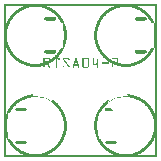
<source format=gto>
G04 MADE WITH FRITZING*
G04 WWW.FRITZING.ORG*
G04 DOUBLE SIDED*
G04 HOLES PLATED*
G04 CONTOUR ON CENTER OF CONTOUR VECTOR*
%ASAXBY*%
%FSLAX23Y23*%
%MOIN*%
%OFA0B0*%
%SFA1.0B1.0*%
%ADD10C,0.200000X0.196*%
%ADD11C,0.011000*%
%ADD12R,0.001000X0.001000*%
%LNSILK1*%
G90*
G70*
G54D10*
X407Y105D03*
X105Y105D03*
G54D11*
X341Y51D02*
X371Y51D01*
D02*
X40Y161D02*
X70Y161D01*
D02*
X40Y51D02*
X70Y51D01*
D02*
G54D12*
X0Y512D02*
X510Y512D01*
X0Y511D02*
X510Y511D01*
X0Y510D02*
X510Y510D01*
X0Y509D02*
X510Y509D01*
X0Y508D02*
X510Y508D01*
X0Y507D02*
X510Y507D01*
X0Y506D02*
X510Y506D01*
X0Y505D02*
X510Y505D01*
X0Y504D02*
X7Y504D01*
X65Y504D02*
X144Y504D01*
X366Y504D02*
X446Y504D01*
X503Y504D02*
X510Y504D01*
X0Y503D02*
X7Y503D01*
X63Y503D02*
X147Y503D01*
X364Y503D02*
X448Y503D01*
X503Y503D02*
X510Y503D01*
X0Y502D02*
X7Y502D01*
X61Y502D02*
X99Y502D01*
X111Y502D02*
X149Y502D01*
X362Y502D02*
X400Y502D01*
X412Y502D02*
X450Y502D01*
X503Y502D02*
X510Y502D01*
X0Y501D02*
X7Y501D01*
X58Y501D02*
X89Y501D01*
X120Y501D02*
X151Y501D01*
X359Y501D02*
X390Y501D01*
X421Y501D02*
X452Y501D01*
X503Y501D02*
X510Y501D01*
X0Y500D02*
X7Y500D01*
X56Y500D02*
X84Y500D01*
X126Y500D02*
X153Y500D01*
X357Y500D02*
X385Y500D01*
X427Y500D02*
X454Y500D01*
X503Y500D02*
X510Y500D01*
X0Y499D02*
X7Y499D01*
X54Y499D02*
X79Y499D01*
X130Y499D02*
X155Y499D01*
X356Y499D02*
X381Y499D01*
X431Y499D02*
X456Y499D01*
X503Y499D02*
X510Y499D01*
X0Y498D02*
X7Y498D01*
X53Y498D02*
X76Y498D01*
X133Y498D02*
X156Y498D01*
X354Y498D02*
X377Y498D01*
X434Y498D02*
X457Y498D01*
X503Y498D02*
X510Y498D01*
X0Y497D02*
X7Y497D01*
X51Y497D02*
X73Y497D01*
X136Y497D02*
X158Y497D01*
X352Y497D02*
X374Y497D01*
X437Y497D02*
X459Y497D01*
X503Y497D02*
X510Y497D01*
X0Y496D02*
X7Y496D01*
X49Y496D02*
X70Y496D01*
X139Y496D02*
X160Y496D01*
X351Y496D02*
X371Y496D01*
X440Y496D02*
X461Y496D01*
X503Y496D02*
X510Y496D01*
X0Y495D02*
X7Y495D01*
X48Y495D02*
X68Y495D01*
X142Y495D02*
X161Y495D01*
X349Y495D02*
X369Y495D01*
X443Y495D02*
X462Y495D01*
X503Y495D02*
X510Y495D01*
X0Y494D02*
X7Y494D01*
X46Y494D02*
X65Y494D01*
X144Y494D02*
X163Y494D01*
X347Y494D02*
X367Y494D01*
X445Y494D02*
X464Y494D01*
X503Y494D02*
X510Y494D01*
X0Y493D02*
X7Y493D01*
X45Y493D02*
X63Y493D01*
X146Y493D02*
X164Y493D01*
X346Y493D02*
X364Y493D01*
X447Y493D02*
X465Y493D01*
X503Y493D02*
X510Y493D01*
X0Y492D02*
X7Y492D01*
X44Y492D02*
X61Y492D01*
X148Y492D02*
X166Y492D01*
X345Y492D02*
X362Y492D01*
X449Y492D02*
X467Y492D01*
X503Y492D02*
X510Y492D01*
X0Y491D02*
X7Y491D01*
X42Y491D02*
X59Y491D01*
X150Y491D02*
X167Y491D01*
X343Y491D02*
X360Y491D01*
X451Y491D02*
X468Y491D01*
X503Y491D02*
X510Y491D01*
X0Y490D02*
X7Y490D01*
X41Y490D02*
X58Y490D01*
X152Y490D02*
X168Y490D01*
X342Y490D02*
X359Y490D01*
X453Y490D02*
X469Y490D01*
X503Y490D02*
X510Y490D01*
X0Y489D02*
X7Y489D01*
X40Y489D02*
X56Y489D01*
X153Y489D02*
X170Y489D01*
X341Y489D02*
X357Y489D01*
X454Y489D02*
X471Y489D01*
X503Y489D02*
X510Y489D01*
X0Y488D02*
X7Y488D01*
X38Y488D02*
X54Y488D01*
X155Y488D02*
X171Y488D01*
X339Y488D02*
X355Y488D01*
X456Y488D02*
X472Y488D01*
X503Y488D02*
X510Y488D01*
X0Y487D02*
X7Y487D01*
X37Y487D02*
X53Y487D01*
X157Y487D02*
X172Y487D01*
X338Y487D02*
X354Y487D01*
X458Y487D02*
X473Y487D01*
X503Y487D02*
X510Y487D01*
X0Y486D02*
X7Y486D01*
X36Y486D02*
X51Y486D01*
X158Y486D02*
X173Y486D01*
X337Y486D02*
X352Y486D01*
X459Y486D02*
X474Y486D01*
X503Y486D02*
X510Y486D01*
X0Y485D02*
X7Y485D01*
X35Y485D02*
X50Y485D01*
X159Y485D02*
X174Y485D01*
X336Y485D02*
X351Y485D01*
X461Y485D02*
X475Y485D01*
X503Y485D02*
X510Y485D01*
X0Y484D02*
X7Y484D01*
X34Y484D02*
X48Y484D01*
X161Y484D02*
X175Y484D01*
X335Y484D02*
X349Y484D01*
X462Y484D02*
X476Y484D01*
X503Y484D02*
X510Y484D01*
X0Y483D02*
X7Y483D01*
X33Y483D02*
X47Y483D01*
X162Y483D02*
X177Y483D01*
X334Y483D02*
X348Y483D01*
X463Y483D02*
X478Y483D01*
X503Y483D02*
X510Y483D01*
X0Y482D02*
X7Y482D01*
X32Y482D02*
X46Y482D01*
X163Y482D02*
X178Y482D01*
X333Y482D02*
X347Y482D01*
X465Y482D02*
X479Y482D01*
X503Y482D02*
X510Y482D01*
X0Y481D02*
X7Y481D01*
X31Y481D02*
X44Y481D01*
X165Y481D02*
X179Y481D01*
X332Y481D02*
X345Y481D01*
X466Y481D02*
X480Y481D01*
X503Y481D02*
X510Y481D01*
X0Y480D02*
X7Y480D01*
X30Y480D02*
X43Y480D01*
X166Y480D02*
X180Y480D01*
X331Y480D02*
X344Y480D01*
X467Y480D02*
X481Y480D01*
X503Y480D02*
X510Y480D01*
X0Y479D02*
X7Y479D01*
X29Y479D02*
X42Y479D01*
X167Y479D02*
X180Y479D01*
X330Y479D02*
X343Y479D01*
X468Y479D02*
X482Y479D01*
X503Y479D02*
X510Y479D01*
X0Y478D02*
X7Y478D01*
X28Y478D02*
X41Y478D01*
X168Y478D02*
X181Y478D01*
X329Y478D02*
X342Y478D01*
X469Y478D02*
X482Y478D01*
X503Y478D02*
X510Y478D01*
X0Y477D02*
X7Y477D01*
X27Y477D02*
X40Y477D01*
X169Y477D02*
X182Y477D01*
X328Y477D02*
X341Y477D01*
X470Y477D02*
X483Y477D01*
X503Y477D02*
X510Y477D01*
X0Y476D02*
X7Y476D01*
X26Y476D02*
X39Y476D01*
X170Y476D02*
X183Y476D01*
X327Y476D02*
X340Y476D01*
X471Y476D02*
X484Y476D01*
X503Y476D02*
X510Y476D01*
X0Y475D02*
X7Y475D01*
X25Y475D02*
X38Y475D01*
X172Y475D02*
X184Y475D01*
X326Y475D02*
X339Y475D01*
X473Y475D02*
X485Y475D01*
X503Y475D02*
X510Y475D01*
X0Y474D02*
X7Y474D01*
X24Y474D02*
X37Y474D01*
X173Y474D02*
X185Y474D01*
X325Y474D02*
X338Y474D01*
X474Y474D02*
X486Y474D01*
X503Y474D02*
X510Y474D01*
X0Y473D02*
X7Y473D01*
X23Y473D02*
X36Y473D01*
X173Y473D02*
X186Y473D01*
X325Y473D02*
X337Y473D01*
X474Y473D02*
X487Y473D01*
X503Y473D02*
X510Y473D01*
X0Y472D02*
X7Y472D01*
X23Y472D02*
X35Y472D01*
X174Y472D02*
X186Y472D01*
X324Y472D02*
X336Y472D01*
X475Y472D02*
X488Y472D01*
X503Y472D02*
X510Y472D01*
X0Y471D02*
X7Y471D01*
X22Y471D02*
X34Y471D01*
X175Y471D02*
X187Y471D01*
X323Y471D02*
X335Y471D01*
X476Y471D02*
X488Y471D01*
X503Y471D02*
X510Y471D01*
X0Y470D02*
X7Y470D01*
X21Y470D02*
X33Y470D01*
X176Y470D02*
X188Y470D01*
X322Y470D02*
X334Y470D01*
X477Y470D02*
X489Y470D01*
X503Y470D02*
X510Y470D01*
X0Y469D02*
X7Y469D01*
X21Y469D02*
X32Y469D01*
X177Y469D02*
X189Y469D01*
X322Y469D02*
X333Y469D01*
X478Y469D02*
X490Y469D01*
X503Y469D02*
X510Y469D01*
X0Y468D02*
X7Y468D01*
X20Y468D02*
X31Y468D01*
X178Y468D02*
X189Y468D01*
X321Y468D02*
X332Y468D01*
X479Y468D02*
X490Y468D01*
X503Y468D02*
X510Y468D01*
X0Y467D02*
X7Y467D01*
X19Y467D02*
X30Y467D01*
X137Y467D02*
X172Y467D01*
X179Y467D02*
X190Y467D01*
X320Y467D02*
X331Y467D01*
X439Y467D02*
X473Y467D01*
X480Y467D02*
X491Y467D01*
X503Y467D02*
X510Y467D01*
X0Y466D02*
X7Y466D01*
X18Y466D02*
X30Y466D01*
X136Y466D02*
X173Y466D01*
X180Y466D02*
X191Y466D01*
X319Y466D02*
X331Y466D01*
X437Y466D02*
X474Y466D01*
X481Y466D02*
X492Y466D01*
X503Y466D02*
X510Y466D01*
X0Y465D02*
X7Y465D01*
X18Y465D02*
X29Y465D01*
X135Y465D02*
X174Y465D01*
X180Y465D02*
X192Y465D01*
X319Y465D02*
X330Y465D01*
X436Y465D02*
X475Y465D01*
X481Y465D02*
X493Y465D01*
X503Y465D02*
X510Y465D01*
X0Y464D02*
X7Y464D01*
X17Y464D02*
X28Y464D01*
X135Y464D02*
X174Y464D01*
X181Y464D02*
X192Y464D01*
X318Y464D02*
X329Y464D01*
X436Y464D02*
X475Y464D01*
X482Y464D02*
X493Y464D01*
X503Y464D02*
X510Y464D01*
X0Y463D02*
X7Y463D01*
X16Y463D02*
X27Y463D01*
X135Y463D02*
X174Y463D01*
X182Y463D02*
X193Y463D01*
X318Y463D02*
X328Y463D01*
X436Y463D02*
X475Y463D01*
X483Y463D02*
X494Y463D01*
X503Y463D02*
X510Y463D01*
X0Y462D02*
X7Y462D01*
X16Y462D02*
X27Y462D01*
X135Y462D02*
X174Y462D01*
X183Y462D02*
X193Y462D01*
X317Y462D02*
X328Y462D01*
X436Y462D02*
X475Y462D01*
X484Y462D02*
X494Y462D01*
X503Y462D02*
X510Y462D01*
X0Y461D02*
X7Y461D01*
X15Y461D02*
X26Y461D01*
X135Y461D02*
X174Y461D01*
X183Y461D02*
X194Y461D01*
X316Y461D02*
X327Y461D01*
X436Y461D02*
X475Y461D01*
X484Y461D02*
X495Y461D01*
X503Y461D02*
X510Y461D01*
X0Y460D02*
X7Y460D01*
X15Y460D02*
X25Y460D01*
X135Y460D02*
X174Y460D01*
X184Y460D02*
X195Y460D01*
X316Y460D02*
X326Y460D01*
X436Y460D02*
X475Y460D01*
X485Y460D02*
X496Y460D01*
X503Y460D02*
X510Y460D01*
X0Y459D02*
X7Y459D01*
X14Y459D02*
X25Y459D01*
X136Y459D02*
X173Y459D01*
X185Y459D02*
X195Y459D01*
X315Y459D02*
X326Y459D01*
X437Y459D02*
X474Y459D01*
X486Y459D02*
X496Y459D01*
X503Y459D02*
X510Y459D01*
X0Y458D02*
X7Y458D01*
X13Y458D02*
X24Y458D01*
X137Y458D02*
X172Y458D01*
X185Y458D02*
X196Y458D01*
X314Y458D02*
X325Y458D01*
X438Y458D02*
X473Y458D01*
X486Y458D02*
X497Y458D01*
X503Y458D02*
X510Y458D01*
X0Y457D02*
X7Y457D01*
X13Y457D02*
X23Y457D01*
X139Y457D02*
X170Y457D01*
X186Y457D02*
X196Y457D01*
X314Y457D02*
X324Y457D01*
X440Y457D02*
X471Y457D01*
X487Y457D02*
X497Y457D01*
X503Y457D02*
X510Y457D01*
X0Y456D02*
X7Y456D01*
X12Y456D02*
X23Y456D01*
X186Y456D02*
X197Y456D01*
X313Y456D02*
X324Y456D01*
X488Y456D02*
X498Y456D01*
X503Y456D02*
X510Y456D01*
X0Y455D02*
X7Y455D01*
X12Y455D02*
X22Y455D01*
X187Y455D02*
X197Y455D01*
X313Y455D02*
X323Y455D01*
X488Y455D02*
X498Y455D01*
X503Y455D02*
X510Y455D01*
X0Y454D02*
X7Y454D01*
X11Y454D02*
X21Y454D01*
X188Y454D02*
X198Y454D01*
X312Y454D02*
X323Y454D01*
X489Y454D02*
X499Y454D01*
X503Y454D02*
X510Y454D01*
X0Y453D02*
X7Y453D01*
X11Y453D02*
X21Y453D01*
X188Y453D02*
X198Y453D01*
X312Y453D02*
X322Y453D01*
X489Y453D02*
X499Y453D01*
X503Y453D02*
X510Y453D01*
X0Y452D02*
X7Y452D01*
X10Y452D02*
X20Y452D01*
X189Y452D02*
X199Y452D01*
X312Y452D02*
X321Y452D01*
X490Y452D02*
X500Y452D01*
X503Y452D02*
X510Y452D01*
X0Y451D02*
X7Y451D01*
X10Y451D02*
X20Y451D01*
X189Y451D02*
X199Y451D01*
X311Y451D02*
X321Y451D01*
X490Y451D02*
X500Y451D01*
X503Y451D02*
X510Y451D01*
X0Y450D02*
X7Y450D01*
X9Y450D02*
X19Y450D01*
X190Y450D02*
X200Y450D01*
X311Y450D02*
X320Y450D01*
X491Y450D02*
X501Y450D01*
X503Y450D02*
X510Y450D01*
X0Y449D02*
X7Y449D01*
X9Y449D02*
X19Y449D01*
X197Y449D02*
X200Y449D01*
X310Y449D02*
X320Y449D01*
X499Y449D02*
X501Y449D01*
X503Y449D02*
X510Y449D01*
X0Y448D02*
X7Y448D01*
X9Y448D02*
X18Y448D01*
X197Y448D02*
X201Y448D01*
X310Y448D02*
X319Y448D01*
X499Y448D02*
X510Y448D01*
X0Y447D02*
X18Y447D01*
X197Y447D02*
X201Y447D01*
X309Y447D02*
X319Y447D01*
X499Y447D02*
X510Y447D01*
X0Y446D02*
X17Y446D01*
X197Y446D02*
X201Y446D01*
X309Y446D02*
X319Y446D01*
X499Y446D02*
X510Y446D01*
X0Y445D02*
X17Y445D01*
X197Y445D02*
X202Y445D01*
X308Y445D02*
X318Y445D01*
X499Y445D02*
X510Y445D01*
X0Y444D02*
X17Y444D01*
X197Y444D02*
X202Y444D01*
X308Y444D02*
X318Y444D01*
X499Y444D02*
X510Y444D01*
X0Y443D02*
X16Y443D01*
X197Y443D02*
X203Y443D01*
X308Y443D02*
X317Y443D01*
X499Y443D02*
X510Y443D01*
X0Y442D02*
X16Y442D01*
X197Y442D02*
X203Y442D01*
X307Y442D02*
X317Y442D01*
X499Y442D02*
X510Y442D01*
X0Y441D02*
X15Y441D01*
X197Y441D02*
X203Y441D01*
X307Y441D02*
X316Y441D01*
X499Y441D02*
X510Y441D01*
X0Y440D02*
X15Y440D01*
X197Y440D02*
X204Y440D01*
X307Y440D02*
X316Y440D01*
X499Y440D02*
X510Y440D01*
X0Y439D02*
X15Y439D01*
X197Y439D02*
X204Y439D01*
X306Y439D02*
X316Y439D01*
X499Y439D02*
X510Y439D01*
X0Y438D02*
X14Y438D01*
X197Y438D02*
X204Y438D01*
X306Y438D02*
X315Y438D01*
X499Y438D02*
X510Y438D01*
X0Y437D02*
X14Y437D01*
X197Y437D02*
X205Y437D01*
X306Y437D02*
X315Y437D01*
X499Y437D02*
X510Y437D01*
X0Y436D02*
X14Y436D01*
X197Y436D02*
X205Y436D01*
X305Y436D02*
X315Y436D01*
X499Y436D02*
X510Y436D01*
X0Y435D02*
X13Y435D01*
X197Y435D02*
X205Y435D01*
X305Y435D02*
X314Y435D01*
X499Y435D02*
X510Y435D01*
X0Y434D02*
X13Y434D01*
X197Y434D02*
X205Y434D01*
X305Y434D02*
X314Y434D01*
X499Y434D02*
X510Y434D01*
X0Y433D02*
X13Y433D01*
X197Y433D02*
X206Y433D01*
X305Y433D02*
X314Y433D01*
X499Y433D02*
X510Y433D01*
X0Y432D02*
X12Y432D01*
X197Y432D02*
X206Y432D01*
X304Y432D02*
X314Y432D01*
X499Y432D02*
X510Y432D01*
X0Y431D02*
X12Y431D01*
X197Y431D02*
X206Y431D01*
X304Y431D02*
X313Y431D01*
X499Y431D02*
X510Y431D01*
X0Y430D02*
X12Y430D01*
X197Y430D02*
X206Y430D01*
X304Y430D02*
X313Y430D01*
X499Y430D02*
X510Y430D01*
X0Y429D02*
X12Y429D01*
X197Y429D02*
X207Y429D01*
X304Y429D02*
X313Y429D01*
X499Y429D02*
X510Y429D01*
X0Y428D02*
X11Y428D01*
X198Y428D02*
X207Y428D01*
X303Y428D02*
X313Y428D01*
X499Y428D02*
X510Y428D01*
X0Y427D02*
X11Y427D01*
X198Y427D02*
X207Y427D01*
X303Y427D02*
X312Y427D01*
X499Y427D02*
X510Y427D01*
X0Y426D02*
X11Y426D01*
X198Y426D02*
X207Y426D01*
X303Y426D02*
X312Y426D01*
X499Y426D02*
X510Y426D01*
X0Y425D02*
X11Y425D01*
X198Y425D02*
X207Y425D01*
X303Y425D02*
X312Y425D01*
X499Y425D02*
X510Y425D01*
X0Y424D02*
X11Y424D01*
X198Y424D02*
X208Y424D01*
X303Y424D02*
X312Y424D01*
X500Y424D02*
X510Y424D01*
X0Y423D02*
X11Y423D01*
X199Y423D02*
X208Y423D01*
X303Y423D02*
X312Y423D01*
X500Y423D02*
X510Y423D01*
X0Y422D02*
X10Y422D01*
X199Y422D02*
X208Y422D01*
X302Y422D02*
X311Y422D01*
X500Y422D02*
X510Y422D01*
X0Y421D02*
X10Y421D01*
X199Y421D02*
X208Y421D01*
X302Y421D02*
X311Y421D01*
X500Y421D02*
X510Y421D01*
X0Y420D02*
X10Y420D01*
X199Y420D02*
X208Y420D01*
X302Y420D02*
X311Y420D01*
X500Y420D02*
X510Y420D01*
X0Y419D02*
X10Y419D01*
X199Y419D02*
X208Y419D01*
X302Y419D02*
X311Y419D01*
X500Y419D02*
X510Y419D01*
X0Y418D02*
X10Y418D01*
X199Y418D02*
X208Y418D01*
X302Y418D02*
X311Y418D01*
X500Y418D02*
X510Y418D01*
X0Y417D02*
X10Y417D01*
X199Y417D02*
X208Y417D01*
X302Y417D02*
X311Y417D01*
X501Y417D02*
X510Y417D01*
X0Y416D02*
X10Y416D01*
X200Y416D02*
X209Y416D01*
X302Y416D02*
X311Y416D01*
X501Y416D02*
X510Y416D01*
X0Y415D02*
X10Y415D01*
X200Y415D02*
X209Y415D01*
X302Y415D02*
X311Y415D01*
X501Y415D02*
X510Y415D01*
X0Y414D02*
X10Y414D01*
X200Y414D02*
X209Y414D01*
X302Y414D02*
X311Y414D01*
X501Y414D02*
X510Y414D01*
X0Y413D02*
X9Y413D01*
X200Y413D02*
X209Y413D01*
X301Y413D02*
X310Y413D01*
X501Y413D02*
X510Y413D01*
X0Y412D02*
X9Y412D01*
X200Y412D02*
X209Y412D01*
X301Y412D02*
X310Y412D01*
X501Y412D02*
X510Y412D01*
X0Y411D02*
X9Y411D01*
X200Y411D02*
X209Y411D01*
X301Y411D02*
X310Y411D01*
X501Y411D02*
X510Y411D01*
X0Y410D02*
X9Y410D01*
X200Y410D02*
X209Y410D01*
X301Y410D02*
X310Y410D01*
X501Y410D02*
X510Y410D01*
X0Y409D02*
X9Y409D01*
X200Y409D02*
X209Y409D01*
X301Y409D02*
X310Y409D01*
X501Y409D02*
X510Y409D01*
X0Y408D02*
X9Y408D01*
X200Y408D02*
X209Y408D01*
X301Y408D02*
X310Y408D01*
X501Y408D02*
X510Y408D01*
X0Y407D02*
X9Y407D01*
X200Y407D02*
X209Y407D01*
X301Y407D02*
X310Y407D01*
X501Y407D02*
X510Y407D01*
X0Y406D02*
X9Y406D01*
X200Y406D02*
X209Y406D01*
X301Y406D02*
X310Y406D01*
X501Y406D02*
X510Y406D01*
X0Y405D02*
X9Y405D01*
X200Y405D02*
X209Y405D01*
X301Y405D02*
X310Y405D01*
X501Y405D02*
X510Y405D01*
X0Y404D02*
X9Y404D01*
X200Y404D02*
X209Y404D01*
X301Y404D02*
X310Y404D01*
X501Y404D02*
X510Y404D01*
X0Y403D02*
X9Y403D01*
X200Y403D02*
X209Y403D01*
X301Y403D02*
X310Y403D01*
X501Y403D02*
X510Y403D01*
X0Y402D02*
X9Y402D01*
X200Y402D02*
X209Y402D01*
X301Y402D02*
X310Y402D01*
X501Y402D02*
X510Y402D01*
X0Y401D02*
X9Y401D01*
X200Y401D02*
X209Y401D01*
X302Y401D02*
X311Y401D01*
X501Y401D02*
X510Y401D01*
X0Y400D02*
X10Y400D01*
X200Y400D02*
X209Y400D01*
X302Y400D02*
X311Y400D01*
X501Y400D02*
X510Y400D01*
X0Y399D02*
X10Y399D01*
X200Y399D02*
X209Y399D01*
X302Y399D02*
X311Y399D01*
X501Y399D02*
X510Y399D01*
X0Y398D02*
X10Y398D01*
X199Y398D02*
X208Y398D01*
X302Y398D02*
X311Y398D01*
X501Y398D02*
X510Y398D01*
X0Y397D02*
X10Y397D01*
X199Y397D02*
X208Y397D01*
X302Y397D02*
X311Y397D01*
X500Y397D02*
X510Y397D01*
X0Y396D02*
X10Y396D01*
X199Y396D02*
X208Y396D01*
X302Y396D02*
X311Y396D01*
X500Y396D02*
X510Y396D01*
X0Y395D02*
X10Y395D01*
X199Y395D02*
X208Y395D01*
X302Y395D02*
X311Y395D01*
X500Y395D02*
X510Y395D01*
X0Y394D02*
X10Y394D01*
X199Y394D02*
X208Y394D01*
X302Y394D02*
X311Y394D01*
X500Y394D02*
X510Y394D01*
X0Y393D02*
X10Y393D01*
X199Y393D02*
X208Y393D01*
X302Y393D02*
X311Y393D01*
X500Y393D02*
X510Y393D01*
X0Y392D02*
X10Y392D01*
X199Y392D02*
X208Y392D01*
X302Y392D02*
X312Y392D01*
X500Y392D02*
X510Y392D01*
X0Y391D02*
X11Y391D01*
X199Y391D02*
X208Y391D01*
X303Y391D02*
X312Y391D01*
X500Y391D02*
X510Y391D01*
X0Y390D02*
X11Y390D01*
X198Y390D02*
X207Y390D01*
X303Y390D02*
X312Y390D01*
X499Y390D02*
X510Y390D01*
X0Y389D02*
X11Y389D01*
X198Y389D02*
X207Y389D01*
X303Y389D02*
X312Y389D01*
X499Y389D02*
X510Y389D01*
X0Y388D02*
X11Y388D01*
X198Y388D02*
X207Y388D01*
X303Y388D02*
X312Y388D01*
X499Y388D02*
X510Y388D01*
X0Y387D02*
X11Y387D01*
X198Y387D02*
X207Y387D01*
X303Y387D02*
X312Y387D01*
X499Y387D02*
X510Y387D01*
X0Y386D02*
X12Y386D01*
X198Y386D02*
X207Y386D01*
X304Y386D02*
X313Y386D01*
X499Y386D02*
X510Y386D01*
X0Y385D02*
X12Y385D01*
X197Y385D02*
X206Y385D01*
X304Y385D02*
X313Y385D01*
X499Y385D02*
X510Y385D01*
X0Y384D02*
X12Y384D01*
X197Y384D02*
X206Y384D01*
X304Y384D02*
X313Y384D01*
X499Y384D02*
X510Y384D01*
X0Y383D02*
X12Y383D01*
X197Y383D02*
X206Y383D01*
X304Y383D02*
X313Y383D01*
X499Y383D02*
X510Y383D01*
X0Y382D02*
X13Y382D01*
X197Y382D02*
X206Y382D01*
X305Y382D02*
X314Y382D01*
X499Y382D02*
X510Y382D01*
X0Y381D02*
X13Y381D01*
X197Y381D02*
X206Y381D01*
X305Y381D02*
X314Y381D01*
X499Y381D02*
X510Y381D01*
X0Y380D02*
X13Y380D01*
X197Y380D02*
X205Y380D01*
X305Y380D02*
X314Y380D01*
X499Y380D02*
X510Y380D01*
X0Y379D02*
X13Y379D01*
X197Y379D02*
X205Y379D01*
X305Y379D02*
X315Y379D01*
X499Y379D02*
X510Y379D01*
X0Y378D02*
X14Y378D01*
X197Y378D02*
X205Y378D01*
X306Y378D02*
X315Y378D01*
X499Y378D02*
X510Y378D01*
X0Y377D02*
X14Y377D01*
X197Y377D02*
X204Y377D01*
X306Y377D02*
X315Y377D01*
X499Y377D02*
X510Y377D01*
X0Y376D02*
X15Y376D01*
X197Y376D02*
X204Y376D01*
X306Y376D02*
X316Y376D01*
X499Y376D02*
X510Y376D01*
X0Y375D02*
X15Y375D01*
X197Y375D02*
X204Y375D01*
X307Y375D02*
X316Y375D01*
X499Y375D02*
X510Y375D01*
X0Y374D02*
X15Y374D01*
X197Y374D02*
X203Y374D01*
X307Y374D02*
X316Y374D01*
X499Y374D02*
X510Y374D01*
X0Y373D02*
X16Y373D01*
X197Y373D02*
X203Y373D01*
X307Y373D02*
X317Y373D01*
X499Y373D02*
X510Y373D01*
X0Y372D02*
X16Y372D01*
X197Y372D02*
X203Y372D01*
X308Y372D02*
X317Y372D01*
X499Y372D02*
X510Y372D01*
X0Y371D02*
X16Y371D01*
X197Y371D02*
X202Y371D01*
X308Y371D02*
X317Y371D01*
X499Y371D02*
X510Y371D01*
X0Y370D02*
X17Y370D01*
X197Y370D02*
X202Y370D01*
X308Y370D02*
X318Y370D01*
X499Y370D02*
X510Y370D01*
X0Y369D02*
X17Y369D01*
X197Y369D02*
X202Y369D01*
X309Y369D02*
X318Y369D01*
X499Y369D02*
X510Y369D01*
X0Y368D02*
X18Y368D01*
X197Y368D02*
X201Y368D01*
X309Y368D02*
X319Y368D01*
X499Y368D02*
X510Y368D01*
X0Y367D02*
X18Y367D01*
X197Y367D02*
X201Y367D01*
X309Y367D02*
X319Y367D01*
X499Y367D02*
X510Y367D01*
X0Y366D02*
X7Y366D01*
X9Y366D02*
X19Y366D01*
X197Y366D02*
X200Y366D01*
X310Y366D02*
X320Y366D01*
X499Y366D02*
X501Y366D01*
X503Y366D02*
X510Y366D01*
X0Y365D02*
X7Y365D01*
X9Y365D02*
X19Y365D01*
X197Y365D02*
X200Y365D01*
X310Y365D02*
X320Y365D01*
X498Y365D02*
X501Y365D01*
X503Y365D02*
X510Y365D01*
X0Y364D02*
X7Y364D01*
X10Y364D02*
X20Y364D01*
X190Y364D02*
X199Y364D01*
X311Y364D02*
X321Y364D01*
X491Y364D02*
X500Y364D01*
X503Y364D02*
X510Y364D01*
X0Y363D02*
X7Y363D01*
X10Y363D02*
X20Y363D01*
X189Y363D02*
X199Y363D01*
X311Y363D02*
X321Y363D01*
X490Y363D02*
X500Y363D01*
X503Y363D02*
X510Y363D01*
X0Y362D02*
X7Y362D01*
X11Y362D02*
X21Y362D01*
X189Y362D02*
X198Y362D01*
X312Y362D02*
X322Y362D01*
X490Y362D02*
X499Y362D01*
X503Y362D02*
X510Y362D01*
X0Y361D02*
X7Y361D01*
X11Y361D02*
X21Y361D01*
X188Y361D02*
X198Y361D01*
X312Y361D02*
X322Y361D01*
X489Y361D02*
X499Y361D01*
X503Y361D02*
X510Y361D01*
X0Y360D02*
X7Y360D01*
X12Y360D02*
X22Y360D01*
X187Y360D02*
X197Y360D01*
X313Y360D02*
X323Y360D01*
X488Y360D02*
X499Y360D01*
X503Y360D02*
X510Y360D01*
X0Y359D02*
X7Y359D01*
X12Y359D02*
X23Y359D01*
X187Y359D02*
X197Y359D01*
X313Y359D02*
X324Y359D01*
X488Y359D02*
X498Y359D01*
X503Y359D02*
X510Y359D01*
X0Y358D02*
X7Y358D01*
X13Y358D02*
X23Y358D01*
X186Y358D02*
X196Y358D01*
X314Y358D02*
X324Y358D01*
X487Y358D02*
X498Y358D01*
X503Y358D02*
X510Y358D01*
X0Y357D02*
X7Y357D01*
X13Y357D02*
X24Y357D01*
X137Y357D02*
X172Y357D01*
X185Y357D02*
X196Y357D01*
X314Y357D02*
X325Y357D01*
X438Y357D02*
X473Y357D01*
X487Y357D02*
X497Y357D01*
X503Y357D02*
X510Y357D01*
X0Y356D02*
X7Y356D01*
X14Y356D02*
X24Y356D01*
X136Y356D02*
X173Y356D01*
X185Y356D02*
X195Y356D01*
X315Y356D02*
X325Y356D01*
X437Y356D02*
X474Y356D01*
X486Y356D02*
X496Y356D01*
X503Y356D02*
X510Y356D01*
X0Y355D02*
X7Y355D01*
X14Y355D02*
X25Y355D01*
X135Y355D02*
X174Y355D01*
X184Y355D02*
X195Y355D01*
X315Y355D02*
X326Y355D01*
X436Y355D02*
X475Y355D01*
X485Y355D02*
X496Y355D01*
X503Y355D02*
X510Y355D01*
X0Y354D02*
X7Y354D01*
X15Y354D02*
X26Y354D01*
X135Y354D02*
X174Y354D01*
X184Y354D02*
X194Y354D01*
X316Y354D02*
X327Y354D01*
X436Y354D02*
X475Y354D01*
X485Y354D02*
X495Y354D01*
X503Y354D02*
X510Y354D01*
X0Y353D02*
X7Y353D01*
X16Y353D02*
X26Y353D01*
X135Y353D02*
X174Y353D01*
X183Y353D02*
X194Y353D01*
X317Y353D02*
X327Y353D01*
X436Y353D02*
X475Y353D01*
X484Y353D02*
X495Y353D01*
X503Y353D02*
X510Y353D01*
X0Y352D02*
X7Y352D01*
X16Y352D02*
X27Y352D01*
X135Y352D02*
X174Y352D01*
X182Y352D02*
X193Y352D01*
X317Y352D02*
X328Y352D01*
X436Y352D02*
X475Y352D01*
X483Y352D02*
X494Y352D01*
X503Y352D02*
X510Y352D01*
X0Y351D02*
X7Y351D01*
X17Y351D02*
X28Y351D01*
X135Y351D02*
X174Y351D01*
X181Y351D02*
X192Y351D01*
X318Y351D02*
X329Y351D01*
X436Y351D02*
X475Y351D01*
X482Y351D02*
X493Y351D01*
X503Y351D02*
X510Y351D01*
X0Y350D02*
X7Y350D01*
X17Y350D02*
X29Y350D01*
X135Y350D02*
X174Y350D01*
X181Y350D02*
X192Y350D01*
X319Y350D02*
X330Y350D01*
X436Y350D02*
X475Y350D01*
X482Y350D02*
X493Y350D01*
X503Y350D02*
X510Y350D01*
X0Y349D02*
X7Y349D01*
X18Y349D02*
X29Y349D01*
X136Y349D02*
X173Y349D01*
X180Y349D02*
X191Y349D01*
X319Y349D02*
X330Y349D01*
X437Y349D02*
X474Y349D01*
X481Y349D02*
X492Y349D01*
X503Y349D02*
X510Y349D01*
X0Y348D02*
X7Y348D01*
X19Y348D02*
X30Y348D01*
X137Y348D02*
X172Y348D01*
X179Y348D02*
X190Y348D01*
X320Y348D02*
X331Y348D01*
X438Y348D02*
X473Y348D01*
X480Y348D02*
X492Y348D01*
X503Y348D02*
X510Y348D01*
X0Y347D02*
X7Y347D01*
X19Y347D02*
X31Y347D01*
X140Y347D02*
X169Y347D01*
X178Y347D02*
X190Y347D01*
X321Y347D02*
X332Y347D01*
X441Y347D02*
X470Y347D01*
X479Y347D02*
X491Y347D01*
X503Y347D02*
X510Y347D01*
X0Y346D02*
X7Y346D01*
X20Y346D02*
X32Y346D01*
X177Y346D02*
X189Y346D01*
X321Y346D02*
X333Y346D01*
X478Y346D02*
X490Y346D01*
X503Y346D02*
X510Y346D01*
X0Y345D02*
X7Y345D01*
X21Y345D02*
X33Y345D01*
X176Y345D02*
X188Y345D01*
X322Y345D02*
X334Y345D01*
X478Y345D02*
X489Y345D01*
X503Y345D02*
X510Y345D01*
X0Y344D02*
X7Y344D01*
X22Y344D02*
X34Y344D01*
X176Y344D02*
X187Y344D01*
X323Y344D02*
X335Y344D01*
X477Y344D02*
X489Y344D01*
X503Y344D02*
X510Y344D01*
X0Y343D02*
X7Y343D01*
X22Y343D02*
X35Y343D01*
X175Y343D02*
X187Y343D01*
X324Y343D02*
X336Y343D01*
X476Y343D02*
X488Y343D01*
X503Y343D02*
X510Y343D01*
X0Y342D02*
X7Y342D01*
X23Y342D02*
X35Y342D01*
X174Y342D02*
X186Y342D01*
X324Y342D02*
X337Y342D01*
X475Y342D02*
X487Y342D01*
X503Y342D02*
X510Y342D01*
X0Y341D02*
X7Y341D01*
X24Y341D02*
X36Y341D01*
X173Y341D02*
X185Y341D01*
X325Y341D02*
X337Y341D01*
X474Y341D02*
X486Y341D01*
X503Y341D02*
X510Y341D01*
X0Y340D02*
X7Y340D01*
X25Y340D02*
X37Y340D01*
X172Y340D02*
X184Y340D01*
X326Y340D02*
X338Y340D01*
X473Y340D02*
X485Y340D01*
X503Y340D02*
X510Y340D01*
X0Y339D02*
X7Y339D01*
X26Y339D02*
X38Y339D01*
X171Y339D02*
X183Y339D01*
X327Y339D02*
X339Y339D01*
X472Y339D02*
X485Y339D01*
X503Y339D02*
X510Y339D01*
X0Y338D02*
X7Y338D01*
X27Y338D02*
X40Y338D01*
X170Y338D02*
X183Y338D01*
X328Y338D02*
X341Y338D01*
X471Y338D02*
X484Y338D01*
X503Y338D02*
X510Y338D01*
X0Y337D02*
X7Y337D01*
X28Y337D02*
X41Y337D01*
X169Y337D02*
X182Y337D01*
X329Y337D02*
X342Y337D01*
X470Y337D02*
X483Y337D01*
X503Y337D02*
X510Y337D01*
X0Y336D02*
X7Y336D01*
X28Y336D02*
X42Y336D01*
X167Y336D02*
X181Y336D01*
X329Y336D02*
X343Y336D01*
X469Y336D02*
X482Y336D01*
X503Y336D02*
X510Y336D01*
X0Y335D02*
X7Y335D01*
X29Y335D02*
X43Y335D01*
X166Y335D02*
X180Y335D01*
X330Y335D02*
X344Y335D01*
X467Y335D02*
X481Y335D01*
X503Y335D02*
X510Y335D01*
X0Y334D02*
X7Y334D01*
X30Y334D02*
X44Y334D01*
X165Y334D02*
X179Y334D01*
X331Y334D02*
X345Y334D01*
X466Y334D02*
X480Y334D01*
X503Y334D02*
X510Y334D01*
X0Y333D02*
X7Y333D01*
X31Y333D02*
X45Y333D01*
X133Y333D02*
X147Y333D01*
X164Y333D02*
X186Y333D01*
X202Y333D02*
X212Y333D01*
X267Y333D02*
X279Y333D01*
X332Y333D02*
X346Y333D01*
X362Y333D02*
X376Y333D01*
X465Y333D02*
X479Y333D01*
X503Y333D02*
X510Y333D01*
X0Y332D02*
X7Y332D01*
X32Y332D02*
X47Y332D01*
X132Y332D02*
X150Y332D01*
X163Y332D02*
X186Y332D01*
X199Y332D02*
X215Y332D01*
X239Y332D02*
X241Y332D01*
X264Y332D02*
X281Y332D01*
X296Y332D02*
X299Y332D01*
X333Y332D02*
X348Y332D01*
X360Y332D02*
X379Y332D01*
X464Y332D02*
X478Y332D01*
X503Y332D02*
X510Y332D01*
X0Y331D02*
X7Y331D01*
X33Y331D02*
X48Y331D01*
X132Y331D02*
X151Y331D01*
X161Y331D02*
X186Y331D01*
X198Y331D02*
X217Y331D01*
X238Y331D02*
X242Y331D01*
X263Y331D02*
X282Y331D01*
X296Y331D02*
X299Y331D01*
X334Y331D02*
X349Y331D01*
X359Y331D02*
X380Y331D01*
X462Y331D02*
X477Y331D01*
X503Y331D02*
X510Y331D01*
X0Y330D02*
X7Y330D01*
X34Y330D02*
X49Y330D01*
X132Y330D02*
X152Y330D01*
X160Y330D02*
X186Y330D01*
X198Y330D02*
X217Y330D01*
X238Y330D02*
X242Y330D01*
X262Y330D02*
X283Y330D01*
X296Y330D02*
X299Y330D01*
X336Y330D02*
X350Y330D01*
X360Y330D02*
X380Y330D01*
X461Y330D02*
X476Y330D01*
X503Y330D02*
X510Y330D01*
X0Y329D02*
X7Y329D01*
X36Y329D02*
X51Y329D01*
X132Y329D02*
X153Y329D01*
X159Y329D02*
X186Y329D01*
X197Y329D02*
X218Y329D01*
X238Y329D02*
X243Y329D01*
X262Y329D02*
X283Y329D01*
X296Y329D02*
X299Y329D01*
X310Y329D02*
X311Y329D01*
X337Y329D02*
X352Y329D01*
X360Y329D02*
X381Y329D01*
X460Y329D02*
X475Y329D01*
X503Y329D02*
X510Y329D01*
X0Y328D02*
X7Y328D01*
X37Y328D02*
X52Y328D01*
X132Y328D02*
X136Y328D01*
X149Y328D02*
X153Y328D01*
X157Y328D02*
X177Y328D01*
X182Y328D02*
X186Y328D01*
X197Y328D02*
X201Y328D01*
X214Y328D02*
X218Y328D01*
X238Y328D02*
X243Y328D01*
X262Y328D02*
X266Y328D01*
X280Y328D02*
X283Y328D01*
X296Y328D02*
X299Y328D01*
X309Y328D02*
X312Y328D01*
X338Y328D02*
X353Y328D01*
X377Y328D02*
X381Y328D01*
X458Y328D02*
X474Y328D01*
X503Y328D02*
X510Y328D01*
X0Y327D02*
X7Y327D01*
X38Y327D02*
X54Y327D01*
X132Y327D02*
X136Y327D01*
X150Y327D02*
X153Y327D01*
X155Y327D02*
X171Y327D01*
X174Y327D02*
X177Y327D01*
X182Y327D02*
X186Y327D01*
X197Y327D02*
X201Y327D01*
X215Y327D02*
X218Y327D01*
X237Y327D02*
X243Y327D01*
X262Y327D02*
X266Y327D01*
X280Y327D02*
X283Y327D01*
X296Y327D02*
X299Y327D01*
X309Y327D02*
X312Y327D01*
X339Y327D02*
X355Y327D01*
X377Y327D02*
X381Y327D01*
X457Y327D02*
X472Y327D01*
X503Y327D02*
X510Y327D01*
X0Y326D02*
X7Y326D01*
X39Y326D02*
X55Y326D01*
X132Y326D02*
X136Y326D01*
X150Y326D02*
X170Y326D01*
X174Y326D02*
X177Y326D01*
X183Y326D02*
X186Y326D01*
X197Y326D02*
X202Y326D01*
X215Y326D02*
X218Y326D01*
X237Y326D02*
X243Y326D01*
X262Y326D02*
X266Y326D01*
X280Y326D02*
X283Y326D01*
X296Y326D02*
X299Y326D01*
X309Y326D02*
X312Y326D01*
X340Y326D02*
X356Y326D01*
X377Y326D02*
X381Y326D01*
X455Y326D02*
X471Y326D01*
X503Y326D02*
X510Y326D01*
X0Y325D02*
X7Y325D01*
X40Y325D02*
X57Y325D01*
X132Y325D02*
X136Y325D01*
X150Y325D02*
X169Y325D01*
X174Y325D02*
X177Y325D01*
X184Y325D02*
X185Y325D01*
X198Y325D02*
X203Y325D01*
X216Y325D02*
X217Y325D01*
X237Y325D02*
X244Y325D01*
X262Y325D02*
X266Y325D01*
X280Y325D02*
X283Y325D01*
X296Y325D02*
X299Y325D01*
X309Y325D02*
X312Y325D01*
X341Y325D02*
X358Y325D01*
X377Y325D02*
X381Y325D01*
X453Y325D02*
X470Y325D01*
X503Y325D02*
X510Y325D01*
X0Y324D02*
X7Y324D01*
X42Y324D02*
X59Y324D01*
X132Y324D02*
X136Y324D01*
X150Y324D02*
X167Y324D01*
X174Y324D02*
X177Y324D01*
X199Y324D02*
X204Y324D01*
X236Y324D02*
X244Y324D01*
X262Y324D02*
X266Y324D01*
X280Y324D02*
X283Y324D01*
X296Y324D02*
X299Y324D01*
X309Y324D02*
X312Y324D01*
X343Y324D02*
X360Y324D01*
X377Y324D02*
X381Y324D01*
X452Y324D02*
X469Y324D01*
X503Y324D02*
X510Y324D01*
X0Y323D02*
X7Y323D01*
X43Y323D02*
X61Y323D01*
X132Y323D02*
X136Y323D01*
X149Y323D02*
X166Y323D01*
X174Y323D02*
X177Y323D01*
X199Y323D02*
X204Y323D01*
X236Y323D02*
X244Y323D01*
X262Y323D02*
X266Y323D01*
X280Y323D02*
X283Y323D01*
X296Y323D02*
X299Y323D01*
X309Y323D02*
X312Y323D01*
X344Y323D02*
X362Y323D01*
X377Y323D02*
X381Y323D01*
X450Y323D02*
X467Y323D01*
X503Y323D02*
X510Y323D01*
X0Y322D02*
X7Y322D01*
X44Y322D02*
X63Y322D01*
X132Y322D02*
X136Y322D01*
X147Y322D02*
X165Y322D01*
X174Y322D02*
X177Y322D01*
X200Y322D02*
X205Y322D01*
X236Y322D02*
X245Y322D01*
X262Y322D02*
X266Y322D01*
X280Y322D02*
X283Y322D01*
X296Y322D02*
X299Y322D01*
X309Y322D02*
X312Y322D01*
X345Y322D02*
X364Y322D01*
X377Y322D02*
X381Y322D01*
X448Y322D02*
X466Y322D01*
X503Y322D02*
X510Y322D01*
X0Y321D02*
X7Y321D01*
X46Y321D02*
X65Y321D01*
X132Y321D02*
X163Y321D01*
X174Y321D02*
X177Y321D01*
X201Y321D02*
X206Y321D01*
X235Y321D02*
X239Y321D01*
X241Y321D02*
X245Y321D01*
X262Y321D02*
X266Y321D01*
X280Y321D02*
X283Y321D01*
X296Y321D02*
X299Y321D01*
X309Y321D02*
X312Y321D01*
X347Y321D02*
X366Y321D01*
X377Y321D02*
X381Y321D01*
X446Y321D02*
X465Y321D01*
X503Y321D02*
X510Y321D01*
X0Y320D02*
X7Y320D01*
X47Y320D02*
X67Y320D01*
X132Y320D02*
X162Y320D01*
X174Y320D02*
X177Y320D01*
X202Y320D02*
X207Y320D01*
X235Y320D02*
X239Y320D01*
X241Y320D02*
X245Y320D01*
X262Y320D02*
X266Y320D01*
X280Y320D02*
X283Y320D01*
X296Y320D02*
X299Y320D01*
X309Y320D02*
X312Y320D01*
X348Y320D02*
X368Y320D01*
X377Y320D02*
X381Y320D01*
X443Y320D02*
X463Y320D01*
X503Y320D02*
X510Y320D01*
X0Y319D02*
X7Y319D01*
X49Y319D02*
X69Y319D01*
X132Y319D02*
X160Y319D01*
X174Y319D02*
X177Y319D01*
X203Y319D02*
X207Y319D01*
X235Y319D02*
X239Y319D01*
X242Y319D02*
X245Y319D01*
X262Y319D02*
X266Y319D01*
X280Y319D02*
X283Y319D01*
X296Y319D02*
X299Y319D01*
X309Y319D02*
X312Y319D01*
X350Y319D02*
X371Y319D01*
X377Y319D02*
X381Y319D01*
X441Y319D02*
X461Y319D01*
X503Y319D02*
X510Y319D01*
X0Y318D02*
X7Y318D01*
X51Y318D02*
X72Y318D01*
X132Y318D02*
X159Y318D01*
X174Y318D02*
X177Y318D01*
X203Y318D02*
X208Y318D01*
X235Y318D02*
X238Y318D01*
X242Y318D02*
X246Y318D01*
X262Y318D02*
X266Y318D01*
X280Y318D02*
X283Y318D01*
X296Y318D02*
X299Y318D01*
X309Y318D02*
X312Y318D01*
X352Y318D02*
X373Y318D01*
X377Y318D02*
X381Y318D01*
X438Y318D02*
X460Y318D01*
X503Y318D02*
X510Y318D01*
X0Y317D02*
X7Y317D01*
X52Y317D02*
X75Y317D01*
X132Y317D02*
X157Y317D01*
X174Y317D02*
X177Y317D01*
X204Y317D02*
X209Y317D01*
X234Y317D02*
X238Y317D01*
X242Y317D02*
X246Y317D01*
X262Y317D02*
X266Y317D01*
X280Y317D02*
X283Y317D01*
X296Y317D02*
X299Y317D01*
X309Y317D02*
X312Y317D01*
X328Y317D02*
X348Y317D01*
X353Y317D02*
X381Y317D01*
X435Y317D02*
X458Y317D01*
X503Y317D02*
X510Y317D01*
X0Y316D02*
X7Y316D01*
X54Y316D02*
X78Y316D01*
X131Y316D02*
X155Y316D01*
X174Y316D02*
X177Y316D01*
X205Y316D02*
X210Y316D01*
X234Y316D02*
X238Y316D01*
X243Y316D02*
X246Y316D01*
X262Y316D02*
X266Y316D01*
X280Y316D02*
X283Y316D01*
X296Y316D02*
X299Y316D01*
X309Y316D02*
X312Y316D01*
X327Y316D02*
X348Y316D01*
X355Y316D02*
X380Y316D01*
X432Y316D02*
X456Y316D01*
X503Y316D02*
X510Y316D01*
X0Y315D02*
X7Y315D01*
X56Y315D02*
X82Y315D01*
X127Y315D02*
X154Y315D01*
X174Y315D02*
X177Y315D01*
X206Y315D02*
X210Y315D01*
X234Y315D02*
X237Y315D01*
X243Y315D02*
X247Y315D01*
X262Y315D02*
X266Y315D01*
X280Y315D02*
X283Y315D01*
X296Y315D02*
X299Y315D01*
X309Y315D02*
X312Y315D01*
X327Y315D02*
X348Y315D01*
X357Y315D02*
X383Y315D01*
X428Y315D02*
X455Y315D01*
X503Y315D02*
X510Y315D01*
X0Y314D02*
X7Y314D01*
X58Y314D02*
X87Y314D01*
X122Y314D02*
X151Y314D01*
X174Y314D02*
X177Y314D01*
X206Y314D02*
X211Y314D01*
X233Y314D02*
X237Y314D01*
X243Y314D02*
X247Y314D01*
X262Y314D02*
X266Y314D01*
X280Y314D02*
X283Y314D01*
X296Y314D02*
X300Y314D01*
X308Y314D02*
X313Y314D01*
X327Y314D02*
X348Y314D01*
X359Y314D02*
X388Y314D01*
X423Y314D02*
X453Y314D01*
X503Y314D02*
X510Y314D01*
X0Y313D02*
X7Y313D01*
X60Y313D02*
X94Y313D01*
X115Y313D02*
X149Y313D01*
X174Y313D02*
X177Y313D01*
X207Y313D02*
X212Y313D01*
X233Y313D02*
X237Y313D01*
X244Y313D02*
X247Y313D01*
X262Y313D02*
X266Y313D01*
X280Y313D02*
X283Y313D01*
X296Y313D02*
X314Y313D01*
X327Y313D02*
X348Y313D01*
X359Y313D02*
X395Y313D01*
X416Y313D02*
X450Y313D01*
X503Y313D02*
X510Y313D01*
X0Y312D02*
X7Y312D01*
X62Y312D02*
X147Y312D01*
X174Y312D02*
X177Y312D01*
X208Y312D02*
X213Y312D01*
X233Y312D02*
X237Y312D01*
X244Y312D02*
X248Y312D01*
X262Y312D02*
X266Y312D01*
X280Y312D02*
X283Y312D01*
X296Y312D02*
X315Y312D01*
X328Y312D02*
X348Y312D01*
X359Y312D02*
X448Y312D01*
X503Y312D02*
X510Y312D01*
X0Y311D02*
X7Y311D01*
X64Y311D02*
X148Y311D01*
X174Y311D02*
X177Y311D01*
X209Y311D02*
X214Y311D01*
X233Y311D02*
X236Y311D01*
X244Y311D02*
X248Y311D01*
X262Y311D02*
X266Y311D01*
X280Y311D02*
X283Y311D01*
X296Y311D02*
X315Y311D01*
X359Y311D02*
X363Y311D01*
X365Y311D02*
X446Y311D01*
X503Y311D02*
X510Y311D01*
X0Y310D02*
X7Y310D01*
X66Y310D02*
X148Y310D01*
X174Y310D02*
X177Y310D01*
X210Y310D02*
X214Y310D01*
X232Y310D02*
X248Y310D01*
X262Y310D02*
X266Y310D01*
X280Y310D02*
X283Y310D01*
X296Y310D02*
X314Y310D01*
X359Y310D02*
X363Y310D01*
X367Y310D02*
X444Y310D01*
X503Y310D02*
X510Y310D01*
X0Y309D02*
X7Y309D01*
X69Y309D02*
X140Y309D01*
X144Y309D02*
X149Y309D01*
X174Y309D02*
X177Y309D01*
X210Y309D02*
X215Y309D01*
X232Y309D02*
X248Y309D01*
X262Y309D02*
X266Y309D01*
X280Y309D02*
X283Y309D01*
X309Y309D02*
X312Y309D01*
X359Y309D02*
X363Y309D01*
X370Y309D02*
X441Y309D01*
X503Y309D02*
X510Y309D01*
X0Y308D02*
X7Y308D01*
X72Y308D02*
X137Y308D01*
X145Y308D02*
X149Y308D01*
X174Y308D02*
X177Y308D01*
X211Y308D02*
X216Y308D01*
X232Y308D02*
X249Y308D01*
X262Y308D02*
X266Y308D01*
X280Y308D02*
X283Y308D01*
X309Y308D02*
X312Y308D01*
X359Y308D02*
X363Y308D01*
X373Y308D02*
X438Y308D01*
X503Y308D02*
X510Y308D01*
X0Y307D02*
X7Y307D01*
X75Y307D02*
X136Y307D01*
X146Y307D02*
X150Y307D01*
X174Y307D02*
X177Y307D01*
X212Y307D02*
X217Y307D01*
X231Y307D02*
X249Y307D01*
X262Y307D02*
X266Y307D01*
X280Y307D02*
X283Y307D01*
X309Y307D02*
X312Y307D01*
X359Y307D02*
X363Y307D01*
X376Y307D02*
X435Y307D01*
X503Y307D02*
X510Y307D01*
X0Y306D02*
X7Y306D01*
X78Y306D02*
X136Y306D01*
X146Y306D02*
X151Y306D01*
X174Y306D02*
X177Y306D01*
X198Y306D02*
X199Y306D01*
X213Y306D02*
X217Y306D01*
X231Y306D02*
X249Y306D01*
X262Y306D02*
X266Y306D01*
X280Y306D02*
X283Y306D01*
X309Y306D02*
X312Y306D01*
X359Y306D02*
X363Y306D01*
X379Y306D02*
X432Y306D01*
X503Y306D02*
X510Y306D01*
X0Y305D02*
X7Y305D01*
X83Y305D02*
X127Y305D01*
X132Y305D02*
X136Y305D01*
X147Y305D02*
X151Y305D01*
X174Y305D02*
X177Y305D01*
X197Y305D02*
X200Y305D01*
X213Y305D02*
X218Y305D01*
X231Y305D02*
X235Y305D01*
X246Y305D02*
X250Y305D01*
X262Y305D02*
X266Y305D01*
X280Y305D02*
X283Y305D01*
X309Y305D02*
X312Y305D01*
X359Y305D02*
X363Y305D01*
X384Y305D02*
X428Y305D01*
X503Y305D02*
X510Y305D01*
X0Y304D02*
X7Y304D01*
X88Y304D02*
X122Y304D01*
X132Y304D02*
X136Y304D01*
X147Y304D02*
X152Y304D01*
X174Y304D02*
X177Y304D01*
X197Y304D02*
X201Y304D01*
X214Y304D02*
X218Y304D01*
X230Y304D02*
X234Y304D01*
X246Y304D02*
X250Y304D01*
X262Y304D02*
X266Y304D01*
X280Y304D02*
X283Y304D01*
X309Y304D02*
X312Y304D01*
X359Y304D02*
X363Y304D01*
X389Y304D02*
X423Y304D01*
X503Y304D02*
X510Y304D01*
X0Y303D02*
X7Y303D01*
X95Y303D02*
X114Y303D01*
X148Y303D02*
X152Y303D01*
X174Y303D02*
X177Y303D01*
X197Y303D02*
X201Y303D01*
X230Y303D02*
X234Y303D01*
X246Y303D02*
X250Y303D01*
X262Y303D02*
X266Y303D01*
X280Y303D02*
X283Y303D01*
X309Y303D02*
X312Y303D01*
X359Y303D02*
X363Y303D01*
X396Y303D02*
X415Y303D01*
X503Y303D02*
X510Y303D01*
X0Y302D02*
X7Y302D01*
X149Y302D02*
X153Y302D01*
X174Y302D02*
X177Y302D01*
X197Y302D02*
X205Y302D01*
X230Y302D02*
X234Y302D01*
X247Y302D02*
X250Y302D01*
X262Y302D02*
X283Y302D01*
X309Y302D02*
X312Y302D01*
X359Y302D02*
X362Y302D01*
X503Y302D02*
X510Y302D01*
X0Y301D02*
X7Y301D01*
X150Y301D02*
X153Y301D01*
X174Y301D02*
X177Y301D01*
X198Y301D02*
X202Y301D01*
X230Y301D02*
X233Y301D01*
X247Y301D02*
X251Y301D01*
X262Y301D02*
X281Y301D01*
X309Y301D02*
X312Y301D01*
X359Y301D02*
X359Y301D01*
X503Y301D02*
X510Y301D01*
X0Y300D02*
X7Y300D01*
X152Y300D02*
X153Y300D01*
X174Y300D02*
X177Y300D01*
X199Y300D02*
X200Y300D01*
X231Y300D02*
X233Y300D01*
X247Y300D02*
X251Y300D01*
X263Y300D02*
X278Y300D01*
X310Y300D02*
X312Y300D01*
X503Y300D02*
X510Y300D01*
X0Y299D02*
X7Y299D01*
X174Y299D02*
X177Y299D01*
X233Y299D02*
X233Y299D01*
X248Y299D02*
X250Y299D01*
X264Y299D02*
X276Y299D01*
X312Y299D02*
X312Y299D01*
X503Y299D02*
X510Y299D01*
X0Y298D02*
X7Y298D01*
X267Y298D02*
X274Y298D01*
X503Y298D02*
X510Y298D01*
X0Y297D02*
X7Y297D01*
X503Y297D02*
X510Y297D01*
X0Y296D02*
X7Y296D01*
X503Y296D02*
X510Y296D01*
X0Y295D02*
X7Y295D01*
X503Y295D02*
X510Y295D01*
X0Y294D02*
X7Y294D01*
X503Y294D02*
X510Y294D01*
X0Y293D02*
X7Y293D01*
X503Y293D02*
X510Y293D01*
X0Y292D02*
X7Y292D01*
X503Y292D02*
X510Y292D01*
X0Y291D02*
X7Y291D01*
X503Y291D02*
X510Y291D01*
X0Y290D02*
X7Y290D01*
X503Y290D02*
X510Y290D01*
X0Y289D02*
X7Y289D01*
X503Y289D02*
X510Y289D01*
X0Y288D02*
X7Y288D01*
X503Y288D02*
X510Y288D01*
X0Y287D02*
X7Y287D01*
X503Y287D02*
X510Y287D01*
X0Y286D02*
X7Y286D01*
X503Y286D02*
X510Y286D01*
X0Y285D02*
X7Y285D01*
X503Y285D02*
X510Y285D01*
X0Y284D02*
X7Y284D01*
X503Y284D02*
X510Y284D01*
X0Y283D02*
X7Y283D01*
X503Y283D02*
X510Y283D01*
X0Y282D02*
X7Y282D01*
X503Y282D02*
X510Y282D01*
X0Y281D02*
X7Y281D01*
X503Y281D02*
X510Y281D01*
X0Y280D02*
X7Y280D01*
X503Y280D02*
X510Y280D01*
X0Y279D02*
X7Y279D01*
X503Y279D02*
X510Y279D01*
X0Y278D02*
X7Y278D01*
X503Y278D02*
X510Y278D01*
X0Y277D02*
X7Y277D01*
X503Y277D02*
X510Y277D01*
X0Y276D02*
X7Y276D01*
X503Y276D02*
X510Y276D01*
X0Y275D02*
X7Y275D01*
X503Y275D02*
X510Y275D01*
X0Y274D02*
X7Y274D01*
X503Y274D02*
X510Y274D01*
X0Y273D02*
X7Y273D01*
X503Y273D02*
X510Y273D01*
X0Y272D02*
X7Y272D01*
X503Y272D02*
X510Y272D01*
X0Y271D02*
X7Y271D01*
X503Y271D02*
X510Y271D01*
X0Y270D02*
X7Y270D01*
X503Y270D02*
X510Y270D01*
X0Y269D02*
X7Y269D01*
X503Y269D02*
X510Y269D01*
X0Y268D02*
X7Y268D01*
X503Y268D02*
X510Y268D01*
X0Y267D02*
X7Y267D01*
X503Y267D02*
X510Y267D01*
X0Y266D02*
X7Y266D01*
X503Y266D02*
X510Y266D01*
X0Y265D02*
X7Y265D01*
X503Y265D02*
X510Y265D01*
X0Y264D02*
X7Y264D01*
X503Y264D02*
X510Y264D01*
X0Y263D02*
X7Y263D01*
X503Y263D02*
X510Y263D01*
X0Y262D02*
X7Y262D01*
X503Y262D02*
X510Y262D01*
X0Y261D02*
X7Y261D01*
X503Y261D02*
X510Y261D01*
X0Y260D02*
X7Y260D01*
X503Y260D02*
X510Y260D01*
X0Y259D02*
X7Y259D01*
X503Y259D02*
X510Y259D01*
X0Y258D02*
X7Y258D01*
X503Y258D02*
X510Y258D01*
X0Y257D02*
X7Y257D01*
X503Y257D02*
X510Y257D01*
X0Y256D02*
X7Y256D01*
X503Y256D02*
X510Y256D01*
X0Y255D02*
X7Y255D01*
X503Y255D02*
X510Y255D01*
X0Y254D02*
X7Y254D01*
X503Y254D02*
X510Y254D01*
X0Y253D02*
X7Y253D01*
X503Y253D02*
X510Y253D01*
X0Y252D02*
X7Y252D01*
X503Y252D02*
X510Y252D01*
X0Y251D02*
X7Y251D01*
X503Y251D02*
X510Y251D01*
X0Y250D02*
X7Y250D01*
X503Y250D02*
X510Y250D01*
X0Y249D02*
X7Y249D01*
X503Y249D02*
X510Y249D01*
X0Y248D02*
X7Y248D01*
X503Y248D02*
X510Y248D01*
X0Y247D02*
X7Y247D01*
X503Y247D02*
X510Y247D01*
X0Y246D02*
X7Y246D01*
X503Y246D02*
X510Y246D01*
X0Y245D02*
X7Y245D01*
X503Y245D02*
X510Y245D01*
X0Y244D02*
X7Y244D01*
X503Y244D02*
X510Y244D01*
X0Y243D02*
X7Y243D01*
X503Y243D02*
X510Y243D01*
X0Y242D02*
X7Y242D01*
X503Y242D02*
X510Y242D01*
X0Y241D02*
X7Y241D01*
X503Y241D02*
X510Y241D01*
X0Y240D02*
X7Y240D01*
X503Y240D02*
X510Y240D01*
X0Y239D02*
X7Y239D01*
X503Y239D02*
X510Y239D01*
X0Y238D02*
X7Y238D01*
X503Y238D02*
X510Y238D01*
X0Y237D02*
X7Y237D01*
X503Y237D02*
X510Y237D01*
X0Y236D02*
X7Y236D01*
X503Y236D02*
X510Y236D01*
X0Y235D02*
X7Y235D01*
X503Y235D02*
X510Y235D01*
X0Y234D02*
X7Y234D01*
X503Y234D02*
X510Y234D01*
X0Y233D02*
X7Y233D01*
X503Y233D02*
X510Y233D01*
X0Y232D02*
X7Y232D01*
X503Y232D02*
X510Y232D01*
X0Y231D02*
X7Y231D01*
X503Y231D02*
X510Y231D01*
X0Y230D02*
X7Y230D01*
X503Y230D02*
X510Y230D01*
X0Y229D02*
X7Y229D01*
X503Y229D02*
X510Y229D01*
X0Y228D02*
X7Y228D01*
X503Y228D02*
X510Y228D01*
X0Y227D02*
X7Y227D01*
X503Y227D02*
X510Y227D01*
X0Y226D02*
X7Y226D01*
X503Y226D02*
X510Y226D01*
X0Y225D02*
X7Y225D01*
X503Y225D02*
X510Y225D01*
X0Y224D02*
X7Y224D01*
X503Y224D02*
X510Y224D01*
X0Y223D02*
X7Y223D01*
X503Y223D02*
X510Y223D01*
X0Y222D02*
X7Y222D01*
X503Y222D02*
X510Y222D01*
X0Y221D02*
X7Y221D01*
X503Y221D02*
X510Y221D01*
X0Y220D02*
X7Y220D01*
X503Y220D02*
X510Y220D01*
X0Y219D02*
X7Y219D01*
X503Y219D02*
X510Y219D01*
X0Y218D02*
X7Y218D01*
X503Y218D02*
X510Y218D01*
X0Y217D02*
X7Y217D01*
X503Y217D02*
X510Y217D01*
X0Y216D02*
X7Y216D01*
X503Y216D02*
X510Y216D01*
X0Y215D02*
X7Y215D01*
X503Y215D02*
X510Y215D01*
X0Y214D02*
X7Y214D01*
X503Y214D02*
X510Y214D01*
X0Y213D02*
X7Y213D01*
X503Y213D02*
X510Y213D01*
X0Y212D02*
X7Y212D01*
X503Y212D02*
X510Y212D01*
X0Y211D02*
X7Y211D01*
X503Y211D02*
X510Y211D01*
X0Y210D02*
X7Y210D01*
X91Y210D02*
X97Y210D01*
X412Y210D02*
X420Y210D01*
X503Y210D02*
X510Y210D01*
X0Y209D02*
X7Y209D01*
X85Y209D02*
X96Y209D01*
X413Y209D02*
X426Y209D01*
X503Y209D02*
X510Y209D01*
X0Y208D02*
X7Y208D01*
X80Y208D02*
X95Y208D01*
X413Y208D02*
X430Y208D01*
X503Y208D02*
X510Y208D01*
X0Y207D02*
X7Y207D01*
X76Y207D02*
X95Y207D01*
X414Y207D02*
X434Y207D01*
X503Y207D02*
X510Y207D01*
X0Y206D02*
X7Y206D01*
X73Y206D02*
X94Y206D01*
X415Y206D02*
X437Y206D01*
X503Y206D02*
X510Y206D01*
X0Y205D02*
X7Y205D01*
X70Y205D02*
X93Y205D01*
X415Y205D02*
X440Y205D01*
X503Y205D02*
X510Y205D01*
X0Y204D02*
X7Y204D01*
X67Y204D02*
X93Y204D01*
X416Y204D02*
X443Y204D01*
X503Y204D02*
X510Y204D01*
X0Y203D02*
X7Y203D01*
X65Y203D02*
X92Y203D01*
X417Y203D02*
X445Y203D01*
X503Y203D02*
X510Y203D01*
X0Y202D02*
X7Y202D01*
X63Y202D02*
X92Y202D01*
X417Y202D02*
X447Y202D01*
X503Y202D02*
X510Y202D01*
X0Y201D02*
X7Y201D01*
X61Y201D02*
X91Y201D01*
X418Y201D02*
X450Y201D01*
X503Y201D02*
X510Y201D01*
X0Y200D02*
X7Y200D01*
X59Y200D02*
X90Y200D01*
X421Y200D02*
X452Y200D01*
X503Y200D02*
X510Y200D01*
X0Y199D02*
X7Y199D01*
X57Y199D02*
X84Y199D01*
X426Y199D02*
X454Y199D01*
X503Y199D02*
X510Y199D01*
X0Y198D02*
X7Y198D01*
X55Y198D02*
X80Y198D01*
X430Y198D02*
X456Y198D01*
X503Y198D02*
X510Y198D01*
X0Y197D02*
X7Y197D01*
X53Y197D02*
X76Y197D01*
X434Y197D02*
X457Y197D01*
X503Y197D02*
X510Y197D01*
X0Y196D02*
X7Y196D01*
X51Y196D02*
X73Y196D01*
X437Y196D02*
X459Y196D01*
X503Y196D02*
X510Y196D01*
X0Y195D02*
X7Y195D01*
X50Y195D02*
X71Y195D01*
X160Y195D02*
X160Y195D01*
X440Y195D02*
X461Y195D01*
X503Y195D02*
X510Y195D01*
X0Y194D02*
X7Y194D01*
X48Y194D02*
X68Y194D01*
X160Y194D02*
X161Y194D01*
X442Y194D02*
X462Y194D01*
X503Y194D02*
X510Y194D01*
X0Y193D02*
X7Y193D01*
X46Y193D02*
X66Y193D01*
X161Y193D02*
X163Y193D01*
X347Y193D02*
X348Y193D01*
X445Y193D02*
X464Y193D01*
X503Y193D02*
X510Y193D01*
X0Y192D02*
X7Y192D01*
X45Y192D02*
X64Y192D01*
X161Y192D02*
X164Y192D01*
X346Y192D02*
X348Y192D01*
X447Y192D02*
X465Y192D01*
X503Y192D02*
X510Y192D01*
X0Y191D02*
X7Y191D01*
X44Y191D02*
X62Y191D01*
X161Y191D02*
X166Y191D01*
X345Y191D02*
X348Y191D01*
X449Y191D02*
X467Y191D01*
X503Y191D02*
X510Y191D01*
X0Y190D02*
X7Y190D01*
X42Y190D02*
X59Y190D01*
X161Y190D02*
X167Y190D01*
X343Y190D02*
X348Y190D01*
X451Y190D02*
X468Y190D01*
X503Y190D02*
X510Y190D01*
X0Y189D02*
X7Y189D01*
X41Y189D02*
X58Y189D01*
X161Y189D02*
X168Y189D01*
X342Y189D02*
X348Y189D01*
X453Y189D02*
X469Y189D01*
X503Y189D02*
X510Y189D01*
X0Y188D02*
X7Y188D01*
X40Y188D02*
X56Y188D01*
X161Y188D02*
X170Y188D01*
X341Y188D02*
X347Y188D01*
X454Y188D02*
X471Y188D01*
X503Y188D02*
X510Y188D01*
X0Y187D02*
X7Y187D01*
X38Y187D02*
X54Y187D01*
X161Y187D02*
X171Y187D01*
X339Y187D02*
X347Y187D01*
X456Y187D02*
X472Y187D01*
X503Y187D02*
X510Y187D01*
X0Y186D02*
X7Y186D01*
X37Y186D02*
X53Y186D01*
X161Y186D02*
X172Y186D01*
X338Y186D02*
X347Y186D01*
X457Y186D02*
X473Y186D01*
X503Y186D02*
X510Y186D01*
X0Y185D02*
X7Y185D01*
X36Y185D02*
X51Y185D01*
X161Y185D02*
X173Y185D01*
X337Y185D02*
X347Y185D01*
X459Y185D02*
X474Y185D01*
X503Y185D02*
X510Y185D01*
X0Y184D02*
X7Y184D01*
X35Y184D02*
X50Y184D01*
X161Y184D02*
X174Y184D01*
X336Y184D02*
X347Y184D01*
X460Y184D02*
X475Y184D01*
X503Y184D02*
X510Y184D01*
X0Y183D02*
X7Y183D01*
X34Y183D02*
X48Y183D01*
X161Y183D02*
X175Y183D01*
X335Y183D02*
X348Y183D01*
X462Y183D02*
X476Y183D01*
X503Y183D02*
X510Y183D01*
X0Y182D02*
X7Y182D01*
X33Y182D02*
X47Y182D01*
X162Y182D02*
X176Y182D01*
X334Y182D02*
X348Y182D01*
X463Y182D02*
X477Y182D01*
X503Y182D02*
X510Y182D01*
X0Y181D02*
X7Y181D01*
X32Y181D02*
X46Y181D01*
X163Y181D02*
X178Y181D01*
X333Y181D02*
X347Y181D01*
X464Y181D02*
X479Y181D01*
X503Y181D02*
X510Y181D01*
X0Y180D02*
X7Y180D01*
X31Y180D02*
X44Y180D01*
X165Y180D02*
X179Y180D01*
X332Y180D02*
X346Y180D01*
X466Y180D02*
X480Y180D01*
X503Y180D02*
X510Y180D01*
X0Y179D02*
X7Y179D01*
X30Y179D02*
X43Y179D01*
X166Y179D02*
X179Y179D01*
X331Y179D02*
X344Y179D01*
X467Y179D02*
X481Y179D01*
X503Y179D02*
X510Y179D01*
X0Y178D02*
X7Y178D01*
X29Y178D02*
X42Y178D01*
X167Y178D02*
X180Y178D01*
X330Y178D02*
X343Y178D01*
X468Y178D02*
X481Y178D01*
X503Y178D02*
X510Y178D01*
X0Y177D02*
X7Y177D01*
X28Y177D02*
X41Y177D01*
X168Y177D02*
X181Y177D01*
X329Y177D02*
X342Y177D01*
X469Y177D02*
X482Y177D01*
X503Y177D02*
X510Y177D01*
X0Y176D02*
X7Y176D01*
X27Y176D02*
X40Y176D01*
X169Y176D02*
X182Y176D01*
X328Y176D02*
X341Y176D01*
X470Y176D02*
X483Y176D01*
X503Y176D02*
X510Y176D01*
X0Y175D02*
X7Y175D01*
X26Y175D02*
X39Y175D01*
X170Y175D02*
X183Y175D01*
X327Y175D02*
X340Y175D01*
X471Y175D02*
X484Y175D01*
X503Y175D02*
X510Y175D01*
X0Y174D02*
X7Y174D01*
X25Y174D02*
X38Y174D01*
X171Y174D02*
X184Y174D01*
X326Y174D02*
X339Y174D01*
X472Y174D02*
X485Y174D01*
X503Y174D02*
X510Y174D01*
X0Y173D02*
X7Y173D01*
X24Y173D02*
X37Y173D01*
X172Y173D02*
X185Y173D01*
X325Y173D02*
X338Y173D01*
X473Y173D02*
X486Y173D01*
X503Y173D02*
X510Y173D01*
X0Y172D02*
X7Y172D01*
X24Y172D02*
X36Y172D01*
X173Y172D02*
X186Y172D01*
X325Y172D02*
X337Y172D01*
X474Y172D02*
X487Y172D01*
X503Y172D02*
X510Y172D01*
X0Y171D02*
X7Y171D01*
X23Y171D02*
X35Y171D01*
X174Y171D02*
X186Y171D01*
X324Y171D02*
X336Y171D01*
X475Y171D02*
X487Y171D01*
X503Y171D02*
X510Y171D01*
X0Y170D02*
X7Y170D01*
X22Y170D02*
X34Y170D01*
X175Y170D02*
X187Y170D01*
X323Y170D02*
X335Y170D01*
X476Y170D02*
X488Y170D01*
X503Y170D02*
X510Y170D01*
X0Y169D02*
X7Y169D01*
X21Y169D02*
X33Y169D01*
X176Y169D02*
X188Y169D01*
X322Y169D02*
X334Y169D01*
X477Y169D02*
X489Y169D01*
X503Y169D02*
X510Y169D01*
X0Y168D02*
X7Y168D01*
X21Y168D02*
X32Y168D01*
X177Y168D02*
X189Y168D01*
X322Y168D02*
X333Y168D01*
X478Y168D02*
X490Y168D01*
X503Y168D02*
X510Y168D01*
X0Y167D02*
X7Y167D01*
X20Y167D02*
X31Y167D01*
X178Y167D02*
X189Y167D01*
X321Y167D02*
X332Y167D01*
X479Y167D02*
X490Y167D01*
X503Y167D02*
X510Y167D01*
X0Y166D02*
X7Y166D01*
X19Y166D02*
X30Y166D01*
X179Y166D02*
X190Y166D01*
X320Y166D02*
X332Y166D01*
X339Y166D02*
X353Y166D01*
X480Y166D02*
X491Y166D01*
X503Y166D02*
X510Y166D01*
X0Y165D02*
X7Y165D01*
X18Y165D02*
X30Y165D01*
X179Y165D02*
X191Y165D01*
X319Y165D02*
X331Y165D01*
X337Y165D02*
X354Y165D01*
X481Y165D02*
X492Y165D01*
X503Y165D02*
X510Y165D01*
X0Y164D02*
X7Y164D01*
X18Y164D02*
X29Y164D01*
X180Y164D02*
X191Y164D01*
X319Y164D02*
X330Y164D01*
X337Y164D02*
X355Y164D01*
X481Y164D02*
X493Y164D01*
X503Y164D02*
X510Y164D01*
X0Y163D02*
X7Y163D01*
X17Y163D02*
X28Y163D01*
X181Y163D02*
X192Y163D01*
X318Y163D02*
X329Y163D01*
X336Y163D02*
X355Y163D01*
X482Y163D02*
X493Y163D01*
X503Y163D02*
X510Y163D01*
X0Y162D02*
X7Y162D01*
X17Y162D02*
X27Y162D01*
X182Y162D02*
X193Y162D01*
X318Y162D02*
X329Y162D01*
X336Y162D02*
X356Y162D01*
X483Y162D02*
X494Y162D01*
X503Y162D02*
X510Y162D01*
X0Y161D02*
X7Y161D01*
X16Y161D02*
X27Y161D01*
X182Y161D02*
X193Y161D01*
X317Y161D02*
X328Y161D01*
X336Y161D02*
X357Y161D01*
X484Y161D02*
X494Y161D01*
X503Y161D02*
X510Y161D01*
X0Y160D02*
X7Y160D01*
X15Y160D02*
X26Y160D01*
X183Y160D02*
X194Y160D01*
X316Y160D02*
X327Y160D01*
X336Y160D02*
X358Y160D01*
X484Y160D02*
X495Y160D01*
X503Y160D02*
X510Y160D01*
X0Y159D02*
X7Y159D01*
X15Y159D02*
X25Y159D01*
X184Y159D02*
X194Y159D01*
X316Y159D02*
X326Y159D01*
X336Y159D02*
X359Y159D01*
X485Y159D02*
X496Y159D01*
X503Y159D02*
X510Y159D01*
X0Y158D02*
X7Y158D01*
X14Y158D02*
X25Y158D01*
X185Y158D02*
X195Y158D01*
X315Y158D02*
X326Y158D01*
X337Y158D02*
X360Y158D01*
X486Y158D02*
X496Y158D01*
X503Y158D02*
X510Y158D01*
X0Y157D02*
X7Y157D01*
X13Y157D02*
X24Y157D01*
X185Y157D02*
X196Y157D01*
X315Y157D02*
X325Y157D01*
X338Y157D02*
X362Y157D01*
X486Y157D02*
X497Y157D01*
X503Y157D02*
X510Y157D01*
X0Y156D02*
X7Y156D01*
X13Y156D02*
X23Y156D01*
X186Y156D02*
X196Y156D01*
X314Y156D02*
X324Y156D01*
X340Y156D02*
X363Y156D01*
X487Y156D02*
X497Y156D01*
X503Y156D02*
X510Y156D01*
X0Y155D02*
X7Y155D01*
X12Y155D02*
X23Y155D01*
X186Y155D02*
X197Y155D01*
X313Y155D02*
X324Y155D01*
X487Y155D02*
X498Y155D01*
X503Y155D02*
X510Y155D01*
X0Y154D02*
X7Y154D01*
X12Y154D02*
X22Y154D01*
X187Y154D02*
X197Y154D01*
X313Y154D02*
X323Y154D01*
X488Y154D02*
X498Y154D01*
X503Y154D02*
X510Y154D01*
X0Y153D02*
X7Y153D01*
X11Y153D02*
X22Y153D01*
X188Y153D02*
X198Y153D01*
X313Y153D02*
X323Y153D01*
X489Y153D02*
X499Y153D01*
X503Y153D02*
X510Y153D01*
X0Y152D02*
X7Y152D01*
X11Y152D02*
X21Y152D01*
X188Y152D02*
X198Y152D01*
X312Y152D02*
X322Y152D01*
X489Y152D02*
X499Y152D01*
X503Y152D02*
X510Y152D01*
X0Y151D02*
X7Y151D01*
X11Y151D02*
X20Y151D01*
X189Y151D02*
X199Y151D01*
X312Y151D02*
X321Y151D01*
X490Y151D02*
X500Y151D01*
X503Y151D02*
X510Y151D01*
X0Y150D02*
X7Y150D01*
X10Y150D02*
X20Y150D01*
X189Y150D02*
X199Y150D01*
X311Y150D02*
X321Y150D01*
X490Y150D02*
X500Y150D01*
X503Y150D02*
X510Y150D01*
X0Y149D02*
X7Y149D01*
X10Y149D02*
X19Y149D01*
X190Y149D02*
X200Y149D01*
X311Y149D02*
X320Y149D01*
X491Y149D02*
X501Y149D01*
X503Y149D02*
X510Y149D01*
X0Y148D02*
X7Y148D01*
X9Y148D02*
X12Y148D01*
X190Y148D02*
X200Y148D01*
X310Y148D02*
X313Y148D01*
X491Y148D02*
X501Y148D01*
X503Y148D02*
X510Y148D01*
X0Y147D02*
X7Y147D01*
X9Y147D02*
X12Y147D01*
X191Y147D02*
X201Y147D01*
X310Y147D02*
X313Y147D01*
X492Y147D02*
X510Y147D01*
X0Y146D02*
X12Y146D01*
X191Y146D02*
X201Y146D01*
X309Y146D02*
X313Y146D01*
X492Y146D02*
X510Y146D01*
X0Y145D02*
X12Y145D01*
X192Y145D02*
X201Y145D01*
X309Y145D02*
X313Y145D01*
X493Y145D02*
X510Y145D01*
X0Y144D02*
X12Y144D01*
X192Y144D02*
X202Y144D01*
X308Y144D02*
X313Y144D01*
X493Y144D02*
X510Y144D01*
X0Y143D02*
X12Y143D01*
X193Y143D02*
X202Y143D01*
X308Y143D02*
X313Y143D01*
X494Y143D02*
X510Y143D01*
X0Y142D02*
X12Y142D01*
X193Y142D02*
X203Y142D01*
X308Y142D02*
X313Y142D01*
X494Y142D02*
X510Y142D01*
X0Y141D02*
X12Y141D01*
X193Y141D02*
X203Y141D01*
X307Y141D02*
X313Y141D01*
X494Y141D02*
X510Y141D01*
X0Y140D02*
X12Y140D01*
X194Y140D02*
X203Y140D01*
X307Y140D02*
X313Y140D01*
X495Y140D02*
X510Y140D01*
X0Y139D02*
X12Y139D01*
X194Y139D02*
X204Y139D01*
X307Y139D02*
X313Y139D01*
X495Y139D02*
X510Y139D01*
X0Y138D02*
X12Y138D01*
X194Y138D02*
X204Y138D01*
X306Y138D02*
X313Y138D01*
X496Y138D02*
X510Y138D01*
X0Y137D02*
X12Y137D01*
X195Y137D02*
X204Y137D01*
X306Y137D02*
X313Y137D01*
X496Y137D02*
X510Y137D01*
X0Y136D02*
X12Y136D01*
X195Y136D02*
X205Y136D01*
X306Y136D02*
X313Y136D01*
X496Y136D02*
X510Y136D01*
X0Y135D02*
X12Y135D01*
X196Y135D02*
X205Y135D01*
X305Y135D02*
X313Y135D01*
X497Y135D02*
X510Y135D01*
X0Y134D02*
X12Y134D01*
X196Y134D02*
X205Y134D01*
X305Y134D02*
X313Y134D01*
X497Y134D02*
X510Y134D01*
X0Y133D02*
X12Y133D01*
X196Y133D02*
X205Y133D01*
X305Y133D02*
X313Y133D01*
X497Y133D02*
X510Y133D01*
X0Y132D02*
X12Y132D01*
X196Y132D02*
X206Y132D01*
X305Y132D02*
X313Y132D01*
X498Y132D02*
X510Y132D01*
X0Y131D02*
X12Y131D01*
X197Y131D02*
X206Y131D01*
X304Y131D02*
X313Y131D01*
X498Y131D02*
X510Y131D01*
X0Y130D02*
X12Y130D01*
X197Y130D02*
X206Y130D01*
X304Y130D02*
X313Y130D01*
X498Y130D02*
X510Y130D01*
X0Y129D02*
X12Y129D01*
X197Y129D02*
X206Y129D01*
X304Y129D02*
X313Y129D01*
X498Y129D02*
X510Y129D01*
X0Y128D02*
X12Y128D01*
X197Y128D02*
X207Y128D01*
X304Y128D02*
X313Y128D01*
X499Y128D02*
X510Y128D01*
X0Y127D02*
X11Y127D01*
X198Y127D02*
X207Y127D01*
X303Y127D02*
X313Y127D01*
X499Y127D02*
X510Y127D01*
X0Y126D02*
X11Y126D01*
X198Y126D02*
X207Y126D01*
X303Y126D02*
X312Y126D01*
X499Y126D02*
X510Y126D01*
X0Y125D02*
X11Y125D01*
X198Y125D02*
X207Y125D01*
X303Y125D02*
X312Y125D01*
X499Y125D02*
X510Y125D01*
X0Y124D02*
X11Y124D01*
X198Y124D02*
X207Y124D01*
X303Y124D02*
X312Y124D01*
X499Y124D02*
X510Y124D01*
X0Y123D02*
X11Y123D01*
X198Y123D02*
X208Y123D01*
X303Y123D02*
X312Y123D01*
X500Y123D02*
X510Y123D01*
X0Y122D02*
X11Y122D01*
X199Y122D02*
X208Y122D01*
X303Y122D02*
X312Y122D01*
X500Y122D02*
X510Y122D01*
X0Y121D02*
X10Y121D01*
X199Y121D02*
X208Y121D01*
X302Y121D02*
X311Y121D01*
X500Y121D02*
X510Y121D01*
X0Y120D02*
X10Y120D01*
X199Y120D02*
X208Y120D01*
X302Y120D02*
X311Y120D01*
X500Y120D02*
X510Y120D01*
X0Y119D02*
X10Y119D01*
X199Y119D02*
X208Y119D01*
X302Y119D02*
X311Y119D01*
X500Y119D02*
X510Y119D01*
X0Y118D02*
X10Y118D01*
X199Y118D02*
X208Y118D01*
X302Y118D02*
X311Y118D01*
X500Y118D02*
X510Y118D01*
X0Y117D02*
X10Y117D01*
X199Y117D02*
X208Y117D01*
X302Y117D02*
X311Y117D01*
X500Y117D02*
X510Y117D01*
X0Y116D02*
X10Y116D01*
X199Y116D02*
X208Y116D01*
X302Y116D02*
X311Y116D01*
X501Y116D02*
X510Y116D01*
X0Y115D02*
X10Y115D01*
X200Y115D02*
X209Y115D01*
X302Y115D02*
X311Y115D01*
X501Y115D02*
X510Y115D01*
X0Y114D02*
X10Y114D01*
X200Y114D02*
X209Y114D01*
X302Y114D02*
X311Y114D01*
X501Y114D02*
X510Y114D01*
X0Y113D02*
X10Y113D01*
X200Y113D02*
X209Y113D01*
X302Y113D02*
X311Y113D01*
X501Y113D02*
X510Y113D01*
X0Y112D02*
X9Y112D01*
X200Y112D02*
X209Y112D01*
X301Y112D02*
X311Y112D01*
X501Y112D02*
X510Y112D01*
X0Y111D02*
X9Y111D01*
X200Y111D02*
X209Y111D01*
X301Y111D02*
X310Y111D01*
X501Y111D02*
X510Y111D01*
X0Y110D02*
X9Y110D01*
X200Y110D02*
X209Y110D01*
X301Y110D02*
X310Y110D01*
X501Y110D02*
X510Y110D01*
X0Y109D02*
X9Y109D01*
X200Y109D02*
X209Y109D01*
X301Y109D02*
X310Y109D01*
X501Y109D02*
X510Y109D01*
X0Y108D02*
X9Y108D01*
X200Y108D02*
X209Y108D01*
X301Y108D02*
X310Y108D01*
X501Y108D02*
X510Y108D01*
X0Y107D02*
X9Y107D01*
X200Y107D02*
X209Y107D01*
X301Y107D02*
X310Y107D01*
X501Y107D02*
X510Y107D01*
X0Y106D02*
X9Y106D01*
X200Y106D02*
X209Y106D01*
X301Y106D02*
X310Y106D01*
X501Y106D02*
X510Y106D01*
X0Y105D02*
X9Y105D01*
X200Y105D02*
X209Y105D01*
X301Y105D02*
X310Y105D01*
X501Y105D02*
X510Y105D01*
X0Y104D02*
X9Y104D01*
X200Y104D02*
X209Y104D01*
X301Y104D02*
X310Y104D01*
X501Y104D02*
X510Y104D01*
X0Y103D02*
X9Y103D01*
X200Y103D02*
X209Y103D01*
X301Y103D02*
X310Y103D01*
X501Y103D02*
X510Y103D01*
X0Y102D02*
X9Y102D01*
X200Y102D02*
X209Y102D01*
X301Y102D02*
X310Y102D01*
X501Y102D02*
X510Y102D01*
X0Y101D02*
X9Y101D01*
X200Y101D02*
X209Y101D01*
X301Y101D02*
X310Y101D01*
X501Y101D02*
X510Y101D01*
X0Y100D02*
X9Y100D01*
X200Y100D02*
X209Y100D01*
X302Y100D02*
X311Y100D01*
X501Y100D02*
X510Y100D01*
X0Y99D02*
X10Y99D01*
X200Y99D02*
X209Y99D01*
X302Y99D02*
X311Y99D01*
X501Y99D02*
X510Y99D01*
X0Y98D02*
X10Y98D01*
X200Y98D02*
X209Y98D01*
X302Y98D02*
X311Y98D01*
X501Y98D02*
X510Y98D01*
X0Y97D02*
X10Y97D01*
X200Y97D02*
X208Y97D01*
X302Y97D02*
X311Y97D01*
X501Y97D02*
X510Y97D01*
X0Y96D02*
X10Y96D01*
X199Y96D02*
X208Y96D01*
X302Y96D02*
X311Y96D01*
X500Y96D02*
X510Y96D01*
X0Y95D02*
X10Y95D01*
X199Y95D02*
X208Y95D01*
X302Y95D02*
X311Y95D01*
X500Y95D02*
X510Y95D01*
X0Y94D02*
X10Y94D01*
X199Y94D02*
X208Y94D01*
X302Y94D02*
X311Y94D01*
X500Y94D02*
X510Y94D01*
X0Y93D02*
X10Y93D01*
X199Y93D02*
X208Y93D01*
X302Y93D02*
X311Y93D01*
X500Y93D02*
X510Y93D01*
X0Y92D02*
X10Y92D01*
X199Y92D02*
X208Y92D01*
X302Y92D02*
X311Y92D01*
X500Y92D02*
X510Y92D01*
X0Y91D02*
X10Y91D01*
X199Y91D02*
X208Y91D01*
X302Y91D02*
X312Y91D01*
X500Y91D02*
X510Y91D01*
X0Y90D02*
X11Y90D01*
X199Y90D02*
X208Y90D01*
X303Y90D02*
X312Y90D01*
X500Y90D02*
X510Y90D01*
X0Y89D02*
X11Y89D01*
X198Y89D02*
X207Y89D01*
X303Y89D02*
X312Y89D01*
X499Y89D02*
X510Y89D01*
X0Y88D02*
X11Y88D01*
X198Y88D02*
X207Y88D01*
X303Y88D02*
X312Y88D01*
X499Y88D02*
X510Y88D01*
X0Y87D02*
X11Y87D01*
X198Y87D02*
X207Y87D01*
X303Y87D02*
X312Y87D01*
X499Y87D02*
X510Y87D01*
X0Y86D02*
X11Y86D01*
X198Y86D02*
X207Y86D01*
X303Y86D02*
X312Y86D01*
X499Y86D02*
X510Y86D01*
X0Y85D02*
X12Y85D01*
X198Y85D02*
X207Y85D01*
X304Y85D02*
X313Y85D01*
X499Y85D02*
X510Y85D01*
X0Y84D02*
X12Y84D01*
X197Y84D02*
X206Y84D01*
X304Y84D02*
X313Y84D01*
X498Y84D02*
X510Y84D01*
X0Y83D02*
X12Y83D01*
X197Y83D02*
X206Y83D01*
X304Y83D02*
X313Y83D01*
X498Y83D02*
X510Y83D01*
X0Y82D02*
X12Y82D01*
X197Y82D02*
X206Y82D01*
X304Y82D02*
X313Y82D01*
X498Y82D02*
X510Y82D01*
X0Y81D02*
X12Y81D01*
X197Y81D02*
X206Y81D01*
X304Y81D02*
X313Y81D01*
X498Y81D02*
X510Y81D01*
X0Y80D02*
X12Y80D01*
X196Y80D02*
X206Y80D01*
X305Y80D02*
X313Y80D01*
X497Y80D02*
X510Y80D01*
X0Y79D02*
X12Y79D01*
X196Y79D02*
X205Y79D01*
X305Y79D02*
X313Y79D01*
X497Y79D02*
X510Y79D01*
X0Y78D02*
X12Y78D01*
X196Y78D02*
X205Y78D01*
X305Y78D02*
X313Y78D01*
X497Y78D02*
X510Y78D01*
X0Y77D02*
X12Y77D01*
X195Y77D02*
X205Y77D01*
X306Y77D02*
X313Y77D01*
X496Y77D02*
X510Y77D01*
X0Y76D02*
X12Y76D01*
X195Y76D02*
X204Y76D01*
X306Y76D02*
X313Y76D01*
X496Y76D02*
X510Y76D01*
X0Y75D02*
X12Y75D01*
X195Y75D02*
X204Y75D01*
X306Y75D02*
X313Y75D01*
X496Y75D02*
X510Y75D01*
X0Y74D02*
X12Y74D01*
X194Y74D02*
X204Y74D01*
X306Y74D02*
X313Y74D01*
X495Y74D02*
X510Y74D01*
X0Y73D02*
X12Y73D01*
X194Y73D02*
X203Y73D01*
X307Y73D02*
X313Y73D01*
X495Y73D02*
X510Y73D01*
X0Y72D02*
X12Y72D01*
X194Y72D02*
X203Y72D01*
X307Y72D02*
X313Y72D01*
X495Y72D02*
X510Y72D01*
X0Y71D02*
X12Y71D01*
X193Y71D02*
X203Y71D01*
X308Y71D02*
X313Y71D01*
X494Y71D02*
X510Y71D01*
X0Y70D02*
X12Y70D01*
X193Y70D02*
X202Y70D01*
X308Y70D02*
X313Y70D01*
X494Y70D02*
X510Y70D01*
X0Y69D02*
X12Y69D01*
X192Y69D02*
X202Y69D01*
X308Y69D02*
X313Y69D01*
X494Y69D02*
X510Y69D01*
X0Y68D02*
X12Y68D01*
X192Y68D02*
X202Y68D01*
X309Y68D02*
X313Y68D01*
X493Y68D02*
X510Y68D01*
X0Y67D02*
X12Y67D01*
X191Y67D02*
X201Y67D01*
X309Y67D02*
X313Y67D01*
X493Y67D02*
X510Y67D01*
X0Y66D02*
X12Y66D01*
X191Y66D02*
X201Y66D01*
X309Y66D02*
X313Y66D01*
X492Y66D02*
X510Y66D01*
X0Y65D02*
X7Y65D01*
X9Y65D02*
X12Y65D01*
X191Y65D02*
X200Y65D01*
X310Y65D02*
X313Y65D01*
X492Y65D02*
X501Y65D01*
X503Y65D02*
X510Y65D01*
X0Y64D02*
X7Y64D01*
X9Y64D02*
X12Y64D01*
X190Y64D02*
X200Y64D01*
X310Y64D02*
X313Y64D01*
X491Y64D02*
X501Y64D01*
X503Y64D02*
X510Y64D01*
X0Y63D02*
X7Y63D01*
X10Y63D02*
X20Y63D01*
X190Y63D02*
X199Y63D01*
X311Y63D02*
X321Y63D01*
X491Y63D02*
X500Y63D01*
X503Y63D02*
X510Y63D01*
X0Y62D02*
X7Y62D01*
X10Y62D02*
X20Y62D01*
X189Y62D02*
X199Y62D01*
X311Y62D02*
X321Y62D01*
X490Y62D02*
X500Y62D01*
X503Y62D02*
X510Y62D01*
X0Y61D02*
X7Y61D01*
X11Y61D02*
X21Y61D01*
X189Y61D02*
X198Y61D01*
X312Y61D02*
X322Y61D01*
X490Y61D02*
X500Y61D01*
X503Y61D02*
X510Y61D01*
X0Y60D02*
X7Y60D01*
X11Y60D02*
X21Y60D01*
X188Y60D02*
X198Y60D01*
X312Y60D02*
X322Y60D01*
X489Y60D02*
X499Y60D01*
X503Y60D02*
X510Y60D01*
X0Y59D02*
X7Y59D01*
X12Y59D02*
X22Y59D01*
X187Y59D02*
X197Y59D01*
X313Y59D02*
X323Y59D01*
X488Y59D02*
X499Y59D01*
X503Y59D02*
X510Y59D01*
X0Y58D02*
X7Y58D01*
X12Y58D02*
X22Y58D01*
X187Y58D02*
X197Y58D01*
X313Y58D02*
X324Y58D01*
X488Y58D02*
X498Y58D01*
X503Y58D02*
X510Y58D01*
X0Y57D02*
X7Y57D01*
X13Y57D02*
X23Y57D01*
X186Y57D02*
X197Y57D01*
X314Y57D02*
X324Y57D01*
X487Y57D02*
X498Y57D01*
X503Y57D02*
X510Y57D01*
X0Y56D02*
X7Y56D01*
X13Y56D02*
X24Y56D01*
X186Y56D02*
X196Y56D01*
X314Y56D02*
X325Y56D01*
X487Y56D02*
X497Y56D01*
X503Y56D02*
X510Y56D01*
X0Y55D02*
X7Y55D01*
X14Y55D02*
X24Y55D01*
X185Y55D02*
X195Y55D01*
X315Y55D02*
X325Y55D01*
X486Y55D02*
X496Y55D01*
X503Y55D02*
X510Y55D01*
X0Y54D02*
X7Y54D01*
X14Y54D02*
X25Y54D01*
X184Y54D02*
X195Y54D01*
X315Y54D02*
X326Y54D01*
X485Y54D02*
X496Y54D01*
X503Y54D02*
X510Y54D01*
X0Y53D02*
X7Y53D01*
X15Y53D02*
X26Y53D01*
X184Y53D02*
X194Y53D01*
X316Y53D02*
X327Y53D01*
X485Y53D02*
X495Y53D01*
X503Y53D02*
X510Y53D01*
X0Y52D02*
X7Y52D01*
X16Y52D02*
X26Y52D01*
X183Y52D02*
X194Y52D01*
X317Y52D02*
X327Y52D01*
X484Y52D02*
X495Y52D01*
X503Y52D02*
X510Y52D01*
X0Y51D02*
X7Y51D01*
X16Y51D02*
X27Y51D01*
X182Y51D02*
X193Y51D01*
X317Y51D02*
X328Y51D01*
X483Y51D02*
X494Y51D01*
X503Y51D02*
X510Y51D01*
X0Y50D02*
X7Y50D01*
X17Y50D02*
X28Y50D01*
X181Y50D02*
X192Y50D01*
X318Y50D02*
X329Y50D01*
X482Y50D02*
X493Y50D01*
X503Y50D02*
X510Y50D01*
X0Y49D02*
X7Y49D01*
X17Y49D02*
X29Y49D01*
X181Y49D02*
X192Y49D01*
X318Y49D02*
X330Y49D01*
X482Y49D02*
X493Y49D01*
X503Y49D02*
X510Y49D01*
X0Y48D02*
X7Y48D01*
X18Y48D02*
X29Y48D01*
X180Y48D02*
X191Y48D01*
X319Y48D02*
X330Y48D01*
X481Y48D02*
X492Y48D01*
X503Y48D02*
X510Y48D01*
X0Y47D02*
X7Y47D01*
X19Y47D02*
X30Y47D01*
X179Y47D02*
X191Y47D01*
X320Y47D02*
X331Y47D01*
X480Y47D02*
X492Y47D01*
X503Y47D02*
X510Y47D01*
X0Y46D02*
X7Y46D01*
X19Y46D02*
X31Y46D01*
X178Y46D02*
X190Y46D01*
X320Y46D02*
X332Y46D01*
X479Y46D02*
X491Y46D01*
X503Y46D02*
X510Y46D01*
X0Y45D02*
X7Y45D01*
X20Y45D02*
X32Y45D01*
X177Y45D02*
X189Y45D01*
X321Y45D02*
X333Y45D01*
X479Y45D02*
X490Y45D01*
X503Y45D02*
X510Y45D01*
X0Y44D02*
X7Y44D01*
X21Y44D02*
X33Y44D01*
X177Y44D02*
X188Y44D01*
X322Y44D02*
X334Y44D01*
X478Y44D02*
X489Y44D01*
X503Y44D02*
X510Y44D01*
X0Y43D02*
X7Y43D01*
X22Y43D02*
X34Y43D01*
X176Y43D02*
X188Y43D01*
X323Y43D02*
X335Y43D01*
X477Y43D02*
X489Y43D01*
X503Y43D02*
X510Y43D01*
X0Y42D02*
X7Y42D01*
X22Y42D02*
X34Y42D01*
X175Y42D02*
X187Y42D01*
X323Y42D02*
X336Y42D01*
X476Y42D02*
X488Y42D01*
X503Y42D02*
X510Y42D01*
X0Y41D02*
X7Y41D01*
X23Y41D02*
X35Y41D01*
X174Y41D02*
X186Y41D01*
X324Y41D02*
X336Y41D01*
X475Y41D02*
X487Y41D01*
X503Y41D02*
X510Y41D01*
X0Y40D02*
X7Y40D01*
X24Y40D02*
X36Y40D01*
X173Y40D02*
X185Y40D01*
X325Y40D02*
X337Y40D01*
X474Y40D02*
X486Y40D01*
X503Y40D02*
X510Y40D01*
X0Y39D02*
X7Y39D01*
X25Y39D02*
X37Y39D01*
X172Y39D02*
X184Y39D01*
X326Y39D02*
X338Y39D01*
X473Y39D02*
X486Y39D01*
X503Y39D02*
X510Y39D01*
X0Y38D02*
X7Y38D01*
X26Y38D02*
X38Y38D01*
X171Y38D02*
X184Y38D01*
X327Y38D02*
X339Y38D01*
X472Y38D02*
X485Y38D01*
X503Y38D02*
X510Y38D01*
X0Y37D02*
X7Y37D01*
X27Y37D02*
X39Y37D01*
X170Y37D02*
X183Y37D01*
X328Y37D02*
X340Y37D01*
X471Y37D02*
X484Y37D01*
X503Y37D02*
X510Y37D01*
X0Y36D02*
X7Y36D01*
X27Y36D02*
X41Y36D01*
X169Y36D02*
X182Y36D01*
X328Y36D02*
X342Y36D01*
X470Y36D02*
X483Y36D01*
X503Y36D02*
X510Y36D01*
X0Y35D02*
X7Y35D01*
X28Y35D02*
X42Y35D01*
X168Y35D02*
X181Y35D01*
X329Y35D02*
X343Y35D01*
X469Y35D02*
X482Y35D01*
X503Y35D02*
X510Y35D01*
X0Y34D02*
X7Y34D01*
X29Y34D02*
X43Y34D01*
X166Y34D02*
X180Y34D01*
X330Y34D02*
X344Y34D01*
X468Y34D02*
X481Y34D01*
X503Y34D02*
X510Y34D01*
X0Y33D02*
X7Y33D01*
X30Y33D02*
X44Y33D01*
X165Y33D02*
X179Y33D01*
X331Y33D02*
X345Y33D01*
X466Y33D02*
X480Y33D01*
X503Y33D02*
X510Y33D01*
X0Y32D02*
X7Y32D01*
X31Y32D02*
X45Y32D01*
X164Y32D02*
X178Y32D01*
X332Y32D02*
X346Y32D01*
X465Y32D02*
X479Y32D01*
X503Y32D02*
X510Y32D01*
X0Y31D02*
X7Y31D01*
X32Y31D02*
X46Y31D01*
X163Y31D02*
X177Y31D01*
X333Y31D02*
X348Y31D01*
X464Y31D02*
X478Y31D01*
X503Y31D02*
X510Y31D01*
X0Y30D02*
X7Y30D01*
X33Y30D02*
X48Y30D01*
X161Y30D02*
X176Y30D01*
X334Y30D02*
X349Y30D01*
X462Y30D02*
X477Y30D01*
X503Y30D02*
X510Y30D01*
X0Y29D02*
X7Y29D01*
X34Y29D02*
X49Y29D01*
X160Y29D02*
X175Y29D01*
X335Y29D02*
X350Y29D01*
X461Y29D02*
X476Y29D01*
X503Y29D02*
X510Y29D01*
X0Y28D02*
X7Y28D01*
X35Y28D02*
X50Y28D01*
X159Y28D02*
X174Y28D01*
X337Y28D02*
X352Y28D01*
X460Y28D02*
X475Y28D01*
X503Y28D02*
X510Y28D01*
X0Y27D02*
X7Y27D01*
X37Y27D02*
X52Y27D01*
X157Y27D02*
X173Y27D01*
X338Y27D02*
X353Y27D01*
X458Y27D02*
X474Y27D01*
X503Y27D02*
X510Y27D01*
X0Y26D02*
X7Y26D01*
X38Y26D02*
X54Y26D01*
X156Y26D02*
X171Y26D01*
X339Y26D02*
X355Y26D01*
X457Y26D02*
X473Y26D01*
X503Y26D02*
X510Y26D01*
X0Y25D02*
X7Y25D01*
X39Y25D02*
X55Y25D01*
X154Y25D02*
X170Y25D01*
X340Y25D02*
X356Y25D01*
X455Y25D02*
X471Y25D01*
X503Y25D02*
X510Y25D01*
X0Y24D02*
X7Y24D01*
X40Y24D02*
X57Y24D01*
X152Y24D02*
X169Y24D01*
X341Y24D02*
X358Y24D01*
X453Y24D02*
X470Y24D01*
X503Y24D02*
X510Y24D01*
X0Y23D02*
X7Y23D01*
X42Y23D02*
X58Y23D01*
X151Y23D02*
X168Y23D01*
X343Y23D02*
X360Y23D01*
X452Y23D02*
X469Y23D01*
X503Y23D02*
X510Y23D01*
X0Y22D02*
X7Y22D01*
X43Y22D02*
X60Y22D01*
X149Y22D02*
X166Y22D01*
X344Y22D02*
X361Y22D01*
X450Y22D02*
X467Y22D01*
X503Y22D02*
X510Y22D01*
X0Y21D02*
X7Y21D01*
X44Y21D02*
X62Y21D01*
X147Y21D02*
X165Y21D01*
X345Y21D02*
X364Y21D01*
X448Y21D02*
X466Y21D01*
X503Y21D02*
X510Y21D01*
X0Y20D02*
X7Y20D01*
X46Y20D02*
X65Y20D01*
X145Y20D02*
X164Y20D01*
X347Y20D02*
X366Y20D01*
X446Y20D02*
X465Y20D01*
X503Y20D02*
X510Y20D01*
X0Y19D02*
X7Y19D01*
X47Y19D02*
X67Y19D01*
X143Y19D02*
X162Y19D01*
X348Y19D02*
X368Y19D01*
X444Y19D02*
X463Y19D01*
X503Y19D02*
X510Y19D01*
X0Y18D02*
X7Y18D01*
X49Y18D02*
X69Y18D01*
X140Y18D02*
X160Y18D01*
X350Y18D02*
X370Y18D01*
X441Y18D02*
X462Y18D01*
X503Y18D02*
X510Y18D01*
X0Y17D02*
X7Y17D01*
X50Y17D02*
X72Y17D01*
X137Y17D02*
X159Y17D01*
X351Y17D02*
X373Y17D01*
X438Y17D02*
X460Y17D01*
X503Y17D02*
X510Y17D01*
X0Y16D02*
X7Y16D01*
X52Y16D02*
X75Y16D01*
X135Y16D02*
X157Y16D01*
X353Y16D02*
X376Y16D01*
X436Y16D02*
X458Y16D01*
X503Y16D02*
X510Y16D01*
X0Y15D02*
X7Y15D01*
X54Y15D02*
X78Y15D01*
X131Y15D02*
X155Y15D01*
X355Y15D02*
X379Y15D01*
X432Y15D02*
X457Y15D01*
X503Y15D02*
X510Y15D01*
X0Y14D02*
X7Y14D01*
X55Y14D02*
X82Y14D01*
X128Y14D02*
X154Y14D01*
X356Y14D02*
X383Y14D01*
X429Y14D02*
X455Y14D01*
X503Y14D02*
X510Y14D01*
X0Y13D02*
X7Y13D01*
X57Y13D02*
X86Y13D01*
X123Y13D02*
X152Y13D01*
X359Y13D02*
X388Y13D01*
X424Y13D02*
X453Y13D01*
X503Y13D02*
X510Y13D01*
X0Y12D02*
X7Y12D01*
X60Y12D02*
X93Y12D01*
X116Y12D02*
X150Y12D01*
X361Y12D02*
X394Y12D01*
X417Y12D02*
X451Y12D01*
X503Y12D02*
X510Y12D01*
X0Y11D02*
X7Y11D01*
X62Y11D02*
X148Y11D01*
X363Y11D02*
X449Y11D01*
X503Y11D02*
X510Y11D01*
X0Y10D02*
X7Y10D01*
X64Y10D02*
X145Y10D01*
X365Y10D02*
X447Y10D01*
X503Y10D02*
X510Y10D01*
X0Y9D02*
X510Y9D01*
X0Y8D02*
X510Y8D01*
X0Y7D02*
X510Y7D01*
X0Y6D02*
X510Y6D01*
X0Y5D02*
X510Y5D01*
X0Y4D02*
X510Y4D01*
X0Y3D02*
X510Y3D01*
X0Y2D02*
X510Y2D01*
D02*
G04 End of Silk1*
M02*
</source>
